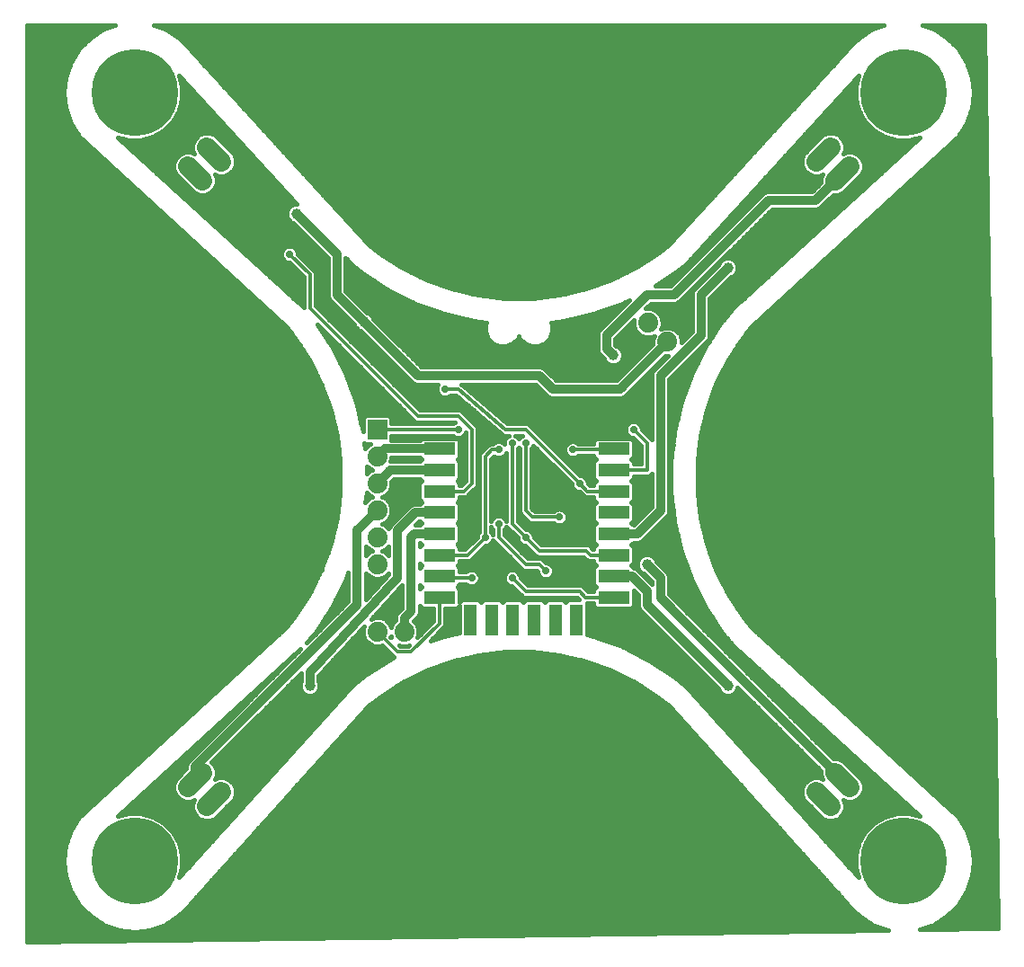
<source format=gbl>
G75*
%MOIN*%
%OFA0B0*%
%FSLAX25Y25*%
%IPPOS*%
%LPD*%
%AMOC8*
5,1,8,0,0,1.08239X$1,22.5*
%
%ADD10R,0.07400X0.07400*%
%ADD11C,0.07400*%
%ADD12C,0.07400*%
%ADD13R,0.11811X0.04724*%
%ADD14R,0.04724X0.11811*%
%ADD15C,0.01200*%
%ADD16C,0.03962*%
%ADD17C,0.03200*%
%ADD18C,0.02781*%
%ADD19C,0.32000*%
%ADD20C,0.01600*%
D10*
X0131800Y0191800D03*
D11*
X0131800Y0181800D03*
X0131800Y0171800D03*
X0131800Y0161800D03*
X0131800Y0151800D03*
X0131800Y0141800D03*
X0131800Y0116800D03*
X0141800Y0116800D03*
X0239300Y0224300D03*
X0232229Y0231371D03*
D12*
X0294613Y0291255D02*
X0299845Y0296487D01*
X0306916Y0289416D02*
X0301684Y0284184D01*
X0073987Y0291255D02*
X0068755Y0296487D01*
X0061684Y0289416D02*
X0066916Y0284184D01*
X0066916Y0064416D02*
X0061684Y0059184D01*
X0068755Y0052113D02*
X0073987Y0057345D01*
X0294613Y0057345D02*
X0299845Y0052113D01*
X0306916Y0059184D02*
X0301684Y0064416D01*
D13*
X0219477Y0129517D03*
X0219477Y0137391D03*
X0219477Y0145265D03*
X0219477Y0153139D03*
X0219477Y0161013D03*
X0219477Y0168887D03*
X0219477Y0176761D03*
X0219477Y0184635D03*
X0154910Y0184635D03*
X0154910Y0176761D03*
X0154910Y0168887D03*
X0154910Y0161013D03*
X0154910Y0153139D03*
X0154910Y0145265D03*
X0154910Y0137391D03*
X0154910Y0129517D03*
D14*
X0166328Y0121249D03*
X0174202Y0121249D03*
X0182076Y0121249D03*
X0189950Y0121249D03*
X0197824Y0121249D03*
X0205698Y0121249D03*
D15*
X0209083Y0129517D02*
X0206800Y0131800D01*
X0186800Y0131800D01*
X0181800Y0136800D01*
X0186800Y0141800D02*
X0191800Y0141800D01*
X0194300Y0139300D01*
X0191800Y0146800D02*
X0186800Y0151800D01*
X0181800Y0156800D01*
X0181800Y0186800D01*
X0186800Y0186800D02*
X0186800Y0161800D01*
X0189300Y0159300D01*
X0199300Y0159300D01*
X0209713Y0168887D02*
X0206800Y0171800D01*
X0186800Y0191800D01*
X0179300Y0191800D01*
X0161800Y0206800D01*
X0156800Y0206800D01*
X0161800Y0196800D02*
X0146800Y0196800D01*
X0106800Y0236800D01*
X0106800Y0249300D01*
X0099300Y0256800D01*
X0161800Y0196800D02*
X0166800Y0191800D01*
X0166800Y0171800D01*
X0163887Y0168887D01*
X0154910Y0168887D01*
X0171800Y0181800D02*
X0171800Y0151800D01*
X0165265Y0145265D01*
X0154910Y0145265D01*
X0154910Y0137391D02*
X0155501Y0136800D01*
X0166800Y0136800D01*
X0154910Y0129517D02*
X0154910Y0119910D01*
X0144300Y0109300D01*
X0139300Y0109300D01*
X0131800Y0116800D01*
X0176800Y0151800D02*
X0176800Y0156800D01*
X0176800Y0151800D02*
X0186800Y0141800D01*
X0191800Y0146800D02*
X0209300Y0146800D01*
X0210835Y0145265D01*
X0219477Y0145265D01*
X0219477Y0129517D02*
X0209083Y0129517D01*
X0209713Y0168887D02*
X0219477Y0168887D01*
X0219477Y0176761D02*
X0219517Y0176800D01*
X0231800Y0176800D01*
X0231800Y0186800D01*
X0226800Y0191800D01*
X0219477Y0184635D02*
X0219143Y0184300D01*
X0204300Y0184300D01*
X0176800Y0184300D02*
X0174300Y0184300D01*
X0171800Y0181800D01*
X0161800Y0191800D02*
X0131800Y0191800D01*
D16*
X0126800Y0231800D03*
X0101800Y0271800D03*
X0219300Y0219300D03*
X0261800Y0251800D03*
X0231800Y0141800D03*
X0261800Y0096800D03*
X0106800Y0096800D03*
D17*
X0106800Y0101800D01*
X0139300Y0136800D01*
X0139300Y0154300D01*
X0146013Y0161013D01*
X0154910Y0161013D01*
X0154910Y0153139D02*
X0145639Y0153139D01*
X0144300Y0151800D01*
X0144300Y0124300D01*
X0141800Y0121800D01*
X0141800Y0116800D01*
X0124300Y0126800D02*
X0124300Y0154300D01*
X0131800Y0161800D01*
X0131800Y0171800D02*
X0136761Y0176761D01*
X0154910Y0176761D01*
X0154910Y0184635D02*
X0134635Y0184635D01*
X0131800Y0181800D01*
X0146800Y0211800D02*
X0126800Y0231800D01*
X0116800Y0241800D01*
X0116800Y0256800D01*
X0101800Y0271800D01*
X0146800Y0211800D02*
X0191800Y0211800D01*
X0196800Y0206800D01*
X0221800Y0206800D01*
X0239300Y0224300D01*
X0236800Y0211800D02*
X0236800Y0161800D01*
X0228139Y0153139D01*
X0219477Y0153139D01*
X0231800Y0141800D02*
X0236800Y0136800D01*
X0236800Y0129300D01*
X0304300Y0061800D01*
X0261800Y0096800D02*
X0231800Y0126800D01*
X0231800Y0131800D01*
X0226209Y0137391D01*
X0219477Y0137391D01*
X0236800Y0211800D02*
X0251800Y0226800D01*
X0251800Y0241800D01*
X0261800Y0251800D01*
X0241800Y0241800D02*
X0231800Y0241800D01*
X0216800Y0226800D01*
X0216800Y0221800D01*
X0219300Y0219300D01*
X0241800Y0241800D02*
X0276800Y0276800D01*
X0294300Y0276800D01*
X0304300Y0286800D01*
X0124300Y0126800D02*
X0064300Y0066800D01*
X0064300Y0061800D01*
D18*
X0166800Y0136800D03*
X0181800Y0136800D03*
X0194300Y0139300D03*
X0186800Y0151800D03*
X0176800Y0156800D03*
X0171800Y0151800D03*
X0199300Y0159300D03*
X0206800Y0171800D03*
X0204300Y0184300D03*
X0186800Y0186800D03*
X0181800Y0186800D03*
X0176800Y0184300D03*
X0161800Y0191800D03*
X0156800Y0206800D03*
X0099300Y0256800D03*
X0226800Y0191800D03*
D19*
X0326800Y0316800D03*
X0041800Y0316800D03*
X0041800Y0031800D03*
X0326800Y0031800D03*
D20*
X0001800Y0001800D02*
X0001800Y0341800D01*
X0034589Y0341800D01*
X0030449Y0340352D01*
X0025481Y0337229D01*
X0023431Y0335179D01*
X0023406Y0335155D01*
X0021336Y0333084D01*
X0018220Y0328126D01*
X0016286Y0322599D01*
X0015631Y0316780D01*
X0016286Y0310961D01*
X0018220Y0305434D01*
X0021336Y0300476D01*
X0022808Y0299004D01*
X0022854Y0298905D01*
X0023480Y0298332D01*
X0024081Y0297731D01*
X0024182Y0297689D01*
X0098023Y0230048D01*
X0101005Y0226277D01*
X0106569Y0217817D01*
X0111113Y0208768D01*
X0114576Y0199253D01*
X0116912Y0189400D01*
X0118087Y0179343D01*
X0118087Y0169217D01*
X0116912Y0159160D01*
X0114576Y0149307D01*
X0111113Y0139792D01*
X0106569Y0130744D01*
X0101005Y0122284D01*
X0098024Y0118514D01*
X0024182Y0050911D01*
X0024081Y0050869D01*
X0023481Y0050269D01*
X0022855Y0049696D01*
X0022808Y0049596D01*
X0021333Y0048122D01*
X0021333Y0048122D01*
X0018215Y0043158D01*
X0016279Y0037625D01*
X0015622Y0031800D01*
X0016279Y0025975D01*
X0018215Y0020442D01*
X0021333Y0015478D01*
X0023406Y0013406D01*
X0023406Y0013406D01*
X0023422Y0013389D01*
X0025478Y0011333D01*
X0030442Y0008215D01*
X0035975Y0006279D01*
X0041800Y0005622D01*
X0047625Y0006279D01*
X0047625Y0006279D01*
X0053158Y0008215D01*
X0058122Y0011333D01*
X0059611Y0012823D01*
X0059728Y0012879D01*
X0060283Y0013495D01*
X0060869Y0014081D01*
X0060919Y0014201D01*
X0128529Y0089296D01*
X0132284Y0092264D01*
X0140744Y0097829D01*
X0149792Y0102373D01*
X0159307Y0105836D01*
X0169160Y0108171D01*
X0179217Y0109347D01*
X0189343Y0109347D01*
X0199400Y0108171D01*
X0209253Y0105836D01*
X0218768Y0102373D01*
X0227817Y0097829D01*
X0236277Y0092264D01*
X0240032Y0089295D01*
X0307681Y0014201D01*
X0307731Y0014081D01*
X0308317Y0013494D01*
X0308873Y0012878D01*
X0308990Y0012822D01*
X0310476Y0011336D01*
X0315434Y0008220D01*
X0315434Y0008220D01*
X0320961Y0006286D01*
X0320961Y0006286D01*
X0321383Y0006239D01*
X0001800Y0001800D01*
X0001800Y0002413D02*
X0045965Y0002413D01*
X0050284Y0007209D02*
X0318324Y0007209D01*
X0314500Y0008807D02*
X0054102Y0008807D01*
X0053158Y0008215D02*
X0053158Y0008215D01*
X0056646Y0010406D02*
X0311956Y0010406D01*
X0310476Y0011336D02*
X0310476Y0011336D01*
X0309807Y0012004D02*
X0058793Y0012004D01*
X0058122Y0011333D02*
X0058122Y0011333D01*
X0060391Y0013603D02*
X0308209Y0013603D01*
X0306780Y0015201D02*
X0061820Y0015201D01*
X0063259Y0016800D02*
X0305340Y0016800D01*
X0303900Y0018399D02*
X0064698Y0018399D01*
X0066137Y0019997D02*
X0302459Y0019997D01*
X0301019Y0021596D02*
X0067576Y0021596D01*
X0069016Y0023194D02*
X0299579Y0023194D01*
X0298139Y0024793D02*
X0070455Y0024793D01*
X0071894Y0026391D02*
X0296699Y0026391D01*
X0295259Y0027990D02*
X0073333Y0027990D01*
X0074772Y0029588D02*
X0293819Y0029588D01*
X0292379Y0031187D02*
X0076211Y0031187D01*
X0077651Y0032785D02*
X0290939Y0032785D01*
X0289499Y0034384D02*
X0079090Y0034384D01*
X0080529Y0035982D02*
X0288059Y0035982D01*
X0286619Y0037581D02*
X0081968Y0037581D01*
X0083407Y0039179D02*
X0285179Y0039179D01*
X0283739Y0040778D02*
X0084847Y0040778D01*
X0086286Y0042376D02*
X0282299Y0042376D01*
X0280859Y0043975D02*
X0087725Y0043975D01*
X0089164Y0045573D02*
X0279419Y0045573D01*
X0277979Y0047172D02*
X0090603Y0047172D01*
X0092043Y0048770D02*
X0276539Y0048770D01*
X0275099Y0050369D02*
X0093482Y0050369D01*
X0094921Y0051967D02*
X0273659Y0051967D01*
X0272219Y0053566D02*
X0096360Y0053566D01*
X0097799Y0055164D02*
X0270779Y0055164D01*
X0269339Y0056763D02*
X0099239Y0056763D01*
X0100678Y0058361D02*
X0267899Y0058361D01*
X0266459Y0059960D02*
X0102117Y0059960D01*
X0103556Y0061558D02*
X0265019Y0061558D01*
X0263579Y0063157D02*
X0104995Y0063157D01*
X0106434Y0064755D02*
X0262139Y0064755D01*
X0260699Y0066354D02*
X0107874Y0066354D01*
X0109313Y0067952D02*
X0259259Y0067952D01*
X0257819Y0069551D02*
X0110752Y0069551D01*
X0112191Y0071149D02*
X0256379Y0071149D01*
X0254939Y0072748D02*
X0113630Y0072748D01*
X0115070Y0074346D02*
X0253499Y0074346D01*
X0252059Y0075945D02*
X0116509Y0075945D01*
X0117948Y0077543D02*
X0250619Y0077543D01*
X0249179Y0079142D02*
X0119387Y0079142D01*
X0120826Y0080740D02*
X0247739Y0080740D01*
X0246299Y0082339D02*
X0122266Y0082339D01*
X0123705Y0083937D02*
X0244859Y0083937D01*
X0243419Y0085536D02*
X0125144Y0085536D01*
X0126583Y0087134D02*
X0241979Y0087134D01*
X0240539Y0088733D02*
X0128022Y0088733D01*
X0129839Y0090332D02*
X0238722Y0090332D01*
X0236700Y0091930D02*
X0131861Y0091930D01*
X0134206Y0093529D02*
X0234355Y0093529D01*
X0231925Y0095127D02*
X0136636Y0095127D01*
X0139066Y0096726D02*
X0229494Y0096726D01*
X0226831Y0098324D02*
X0141730Y0098324D01*
X0144913Y0099923D02*
X0223648Y0099923D01*
X0220465Y0101521D02*
X0148096Y0101521D01*
X0151843Y0103120D02*
X0216717Y0103120D01*
X0212325Y0104718D02*
X0156235Y0104718D01*
X0161334Y0106317D02*
X0207227Y0106317D01*
X0200482Y0107915D02*
X0168079Y0107915D01*
X0162365Y0116578D02*
X0156507Y0115190D01*
X0151467Y0113355D01*
X0157110Y0118999D01*
X0157110Y0120822D01*
X0157110Y0125554D01*
X0161478Y0125554D01*
X0162365Y0126441D01*
X0162365Y0116578D01*
X0162365Y0117506D02*
X0155617Y0117506D01*
X0157110Y0119105D02*
X0162365Y0119105D01*
X0162365Y0120703D02*
X0157110Y0120703D01*
X0157110Y0122302D02*
X0162365Y0122302D01*
X0162365Y0123900D02*
X0157110Y0123900D01*
X0157110Y0125499D02*
X0162365Y0125499D01*
X0162416Y0127867D02*
X0162416Y0132541D01*
X0161504Y0133454D01*
X0162416Y0134366D01*
X0162416Y0134600D01*
X0164771Y0134600D01*
X0165106Y0134265D01*
X0166205Y0133809D01*
X0167395Y0133809D01*
X0168494Y0134265D01*
X0169335Y0135106D01*
X0169791Y0136205D01*
X0169791Y0137395D01*
X0169335Y0138494D01*
X0168494Y0139335D01*
X0167395Y0139791D01*
X0166205Y0139791D01*
X0165106Y0139335D01*
X0164771Y0139000D01*
X0162416Y0139000D01*
X0162416Y0140415D01*
X0161504Y0141328D01*
X0162416Y0142240D01*
X0162416Y0143065D01*
X0166176Y0143065D01*
X0171921Y0148809D01*
X0172395Y0148809D01*
X0173494Y0149265D01*
X0174335Y0150106D01*
X0174642Y0150847D01*
X0184600Y0140889D01*
X0185889Y0139600D01*
X0190889Y0139600D01*
X0191309Y0139179D01*
X0191309Y0138705D01*
X0191765Y0137606D01*
X0192606Y0136765D01*
X0193705Y0136309D01*
X0194895Y0136309D01*
X0195994Y0136765D01*
X0196835Y0137606D01*
X0197291Y0138705D01*
X0197291Y0139895D01*
X0196835Y0140994D01*
X0195994Y0141835D01*
X0194895Y0142291D01*
X0194421Y0142291D01*
X0192711Y0144000D01*
X0187711Y0144000D01*
X0179000Y0152711D01*
X0179000Y0154771D01*
X0179335Y0155106D01*
X0179642Y0155847D01*
X0183809Y0151679D01*
X0183809Y0151205D01*
X0184265Y0150106D01*
X0185106Y0149265D01*
X0186205Y0148809D01*
X0186679Y0148809D01*
X0190889Y0144600D01*
X0208389Y0144600D01*
X0209924Y0143065D01*
X0211972Y0143065D01*
X0211972Y0142240D01*
X0212884Y0141328D01*
X0211972Y0140415D01*
X0211972Y0134366D01*
X0212884Y0133454D01*
X0211972Y0132541D01*
X0211972Y0131717D01*
X0209995Y0131717D01*
X0209000Y0132711D01*
X0207711Y0134000D01*
X0187711Y0134000D01*
X0184791Y0136921D01*
X0184791Y0137395D01*
X0184335Y0138494D01*
X0183494Y0139335D01*
X0182395Y0139791D01*
X0181205Y0139791D01*
X0180106Y0139335D01*
X0179265Y0138494D01*
X0178809Y0137395D01*
X0178809Y0136205D01*
X0179265Y0135106D01*
X0180106Y0134265D01*
X0181205Y0133809D01*
X0181679Y0133809D01*
X0185889Y0129600D01*
X0205889Y0129600D01*
X0206734Y0128754D01*
X0202673Y0128754D01*
X0201761Y0127842D01*
X0200849Y0128754D01*
X0194799Y0128754D01*
X0193887Y0127842D01*
X0192975Y0128754D01*
X0186925Y0128754D01*
X0186013Y0127842D01*
X0185101Y0128754D01*
X0179051Y0128754D01*
X0178139Y0127842D01*
X0177227Y0128754D01*
X0171177Y0128754D01*
X0170265Y0127842D01*
X0169352Y0128754D01*
X0163303Y0128754D01*
X0162416Y0127867D01*
X0162416Y0128696D02*
X0163244Y0128696D01*
X0162416Y0130294D02*
X0185194Y0130294D01*
X0185159Y0128696D02*
X0186866Y0128696D01*
X0183596Y0131893D02*
X0162416Y0131893D01*
X0161541Y0133491D02*
X0181997Y0133491D01*
X0179281Y0135090D02*
X0169319Y0135090D01*
X0169791Y0136688D02*
X0178809Y0136688D01*
X0179179Y0138287D02*
X0169421Y0138287D01*
X0166194Y0143082D02*
X0182406Y0143082D01*
X0184005Y0141484D02*
X0161660Y0141484D01*
X0162416Y0139885D02*
X0185603Y0139885D01*
X0184421Y0138287D02*
X0191483Y0138287D01*
X0192790Y0136688D02*
X0185023Y0136688D01*
X0186621Y0135090D02*
X0211972Y0135090D01*
X0211972Y0136688D02*
X0195810Y0136688D01*
X0197117Y0138287D02*
X0211972Y0138287D01*
X0211972Y0139885D02*
X0197291Y0139885D01*
X0196345Y0141484D02*
X0212727Y0141484D01*
X0209906Y0143082D02*
X0193629Y0143082D01*
X0190808Y0144681D02*
X0187030Y0144681D01*
X0185432Y0146279D02*
X0189209Y0146279D01*
X0187611Y0147878D02*
X0183833Y0147878D01*
X0184894Y0149476D02*
X0182235Y0149476D01*
X0180636Y0151075D02*
X0183863Y0151075D01*
X0182815Y0152673D02*
X0179038Y0152673D01*
X0179000Y0154272D02*
X0181217Y0154272D01*
X0179600Y0157855D02*
X0179335Y0158494D01*
X0178494Y0159335D01*
X0177395Y0159791D01*
X0176205Y0159791D01*
X0175106Y0159335D01*
X0174265Y0158494D01*
X0174000Y0157855D01*
X0174000Y0180889D01*
X0174991Y0181880D01*
X0175106Y0181765D01*
X0176205Y0181309D01*
X0177395Y0181309D01*
X0178494Y0181765D01*
X0179335Y0182606D01*
X0179600Y0183245D01*
X0179600Y0157855D01*
X0179600Y0159068D02*
X0178762Y0159068D01*
X0179600Y0160666D02*
X0174000Y0160666D01*
X0174000Y0159068D02*
X0174838Y0159068D01*
X0174000Y0162265D02*
X0179600Y0162265D01*
X0179600Y0163863D02*
X0174000Y0163863D01*
X0174000Y0165462D02*
X0179600Y0165462D01*
X0179600Y0167060D02*
X0174000Y0167060D01*
X0174000Y0168659D02*
X0179600Y0168659D01*
X0179600Y0170257D02*
X0174000Y0170257D01*
X0174000Y0171856D02*
X0179600Y0171856D01*
X0179600Y0173454D02*
X0174000Y0173454D01*
X0174000Y0175053D02*
X0179600Y0175053D01*
X0179600Y0176651D02*
X0174000Y0176651D01*
X0174000Y0178250D02*
X0179600Y0178250D01*
X0179600Y0179848D02*
X0174000Y0179848D01*
X0174558Y0181447D02*
X0175874Y0181447D01*
X0177726Y0181447D02*
X0179600Y0181447D01*
X0179600Y0183045D02*
X0179517Y0183045D01*
X0178809Y0186520D02*
X0178494Y0186835D01*
X0177395Y0187291D01*
X0176205Y0187291D01*
X0175106Y0186835D01*
X0174771Y0186500D01*
X0173389Y0186500D01*
X0170889Y0184000D01*
X0169600Y0182711D01*
X0169600Y0153829D01*
X0169265Y0153494D01*
X0168809Y0152395D01*
X0168809Y0151921D01*
X0164353Y0147465D01*
X0162416Y0147465D01*
X0162416Y0148290D01*
X0161504Y0149202D01*
X0162416Y0150114D01*
X0162416Y0156164D01*
X0161504Y0157076D01*
X0162416Y0157988D01*
X0162416Y0164038D01*
X0161504Y0164950D01*
X0162416Y0165862D01*
X0162416Y0166687D01*
X0164798Y0166687D01*
X0166087Y0167975D01*
X0169000Y0170889D01*
X0169000Y0172711D01*
X0169000Y0192711D01*
X0167711Y0194000D01*
X0162711Y0199000D01*
X0147711Y0199000D01*
X0109000Y0237711D01*
X0109000Y0250211D01*
X0107711Y0251500D01*
X0102291Y0256921D01*
X0102291Y0257395D01*
X0101835Y0258494D01*
X0100994Y0259335D01*
X0099895Y0259791D01*
X0098705Y0259791D01*
X0097606Y0259335D01*
X0096765Y0258494D01*
X0096309Y0257395D01*
X0096309Y0256205D01*
X0096765Y0255106D01*
X0097606Y0254265D01*
X0098705Y0253809D01*
X0099179Y0253809D01*
X0104600Y0248389D01*
X0104600Y0237154D01*
X0104317Y0237301D01*
X0035612Y0300237D01*
X0039483Y0299200D01*
X0044117Y0299200D01*
X0048593Y0300399D01*
X0052607Y0302716D01*
X0055883Y0305993D01*
X0058201Y0310007D01*
X0059400Y0314483D01*
X0059400Y0319117D01*
X0058364Y0322984D01*
X0101920Y0275381D01*
X0101088Y0275381D01*
X0099771Y0274836D01*
X0098764Y0273829D01*
X0098219Y0272512D01*
X0098219Y0271088D01*
X0098764Y0269771D01*
X0099771Y0268764D01*
X0100692Y0268383D01*
X0113600Y0255475D01*
X0113600Y0241163D01*
X0114087Y0239987D01*
X0123383Y0230692D01*
X0123764Y0229771D01*
X0124771Y0228764D01*
X0125692Y0228383D01*
X0144987Y0209087D01*
X0146163Y0208600D01*
X0154371Y0208600D01*
X0154265Y0208494D01*
X0153809Y0207395D01*
X0153809Y0206205D01*
X0154265Y0205106D01*
X0155106Y0204265D01*
X0156205Y0203809D01*
X0157395Y0203809D01*
X0158494Y0204265D01*
X0158829Y0204600D01*
X0160986Y0204600D01*
X0177804Y0190185D01*
X0178389Y0189600D01*
X0178486Y0189600D01*
X0178560Y0189537D01*
X0179384Y0189600D01*
X0180745Y0189600D01*
X0180106Y0189335D01*
X0179265Y0188494D01*
X0178809Y0187395D01*
X0178809Y0186520D01*
X0178994Y0187841D02*
X0169000Y0187841D01*
X0169000Y0189439D02*
X0180357Y0189439D01*
X0182855Y0189600D02*
X0185745Y0189600D01*
X0185106Y0189335D01*
X0184300Y0188529D01*
X0183494Y0189335D01*
X0182855Y0189600D01*
X0183243Y0189439D02*
X0185357Y0189439D01*
X0189000Y0192711D02*
X0187711Y0194000D01*
X0180114Y0194000D01*
X0163296Y0208415D01*
X0163111Y0208600D01*
X0190475Y0208600D01*
X0194087Y0204987D01*
X0194987Y0204087D01*
X0196163Y0203600D01*
X0222437Y0203600D01*
X0223613Y0204087D01*
X0238525Y0219000D01*
X0239475Y0219000D01*
X0234987Y0214513D01*
X0234087Y0213613D01*
X0233600Y0212437D01*
X0233600Y0188111D01*
X0229791Y0191921D01*
X0229791Y0192395D01*
X0229335Y0193494D01*
X0228494Y0194335D01*
X0227395Y0194791D01*
X0226205Y0194791D01*
X0225106Y0194335D01*
X0224265Y0193494D01*
X0223809Y0192395D01*
X0223809Y0191205D01*
X0224265Y0190106D01*
X0225106Y0189265D01*
X0226205Y0188809D01*
X0226679Y0188809D01*
X0229600Y0185889D01*
X0229600Y0179000D01*
X0226983Y0179000D01*
X0226983Y0179786D01*
X0226071Y0180698D01*
X0226983Y0181610D01*
X0226983Y0187660D01*
X0226045Y0188597D01*
X0212909Y0188597D01*
X0211972Y0187660D01*
X0211972Y0186500D01*
X0206329Y0186500D01*
X0205994Y0186835D01*
X0204895Y0187291D01*
X0203705Y0187291D01*
X0202606Y0186835D01*
X0201765Y0185994D01*
X0201309Y0184895D01*
X0201309Y0183705D01*
X0201765Y0182606D01*
X0202606Y0181765D01*
X0203705Y0181309D01*
X0204895Y0181309D01*
X0205994Y0181765D01*
X0206329Y0182100D01*
X0211972Y0182100D01*
X0211972Y0181610D01*
X0212884Y0180698D01*
X0211972Y0179786D01*
X0211972Y0173736D01*
X0212884Y0172824D01*
X0211972Y0171912D01*
X0211972Y0171087D01*
X0210625Y0171087D01*
X0209791Y0171921D01*
X0209791Y0172395D01*
X0209335Y0173494D01*
X0208494Y0174335D01*
X0207395Y0174791D01*
X0206921Y0174791D01*
X0189000Y0192711D01*
X0189075Y0192636D02*
X0223909Y0192636D01*
X0223879Y0191038D02*
X0190674Y0191038D01*
X0192272Y0189439D02*
X0224931Y0189439D01*
X0226802Y0187841D02*
X0227648Y0187841D01*
X0226983Y0186242D02*
X0229247Y0186242D01*
X0229600Y0184644D02*
X0226983Y0184644D01*
X0226983Y0183045D02*
X0229600Y0183045D01*
X0229600Y0181447D02*
X0226820Y0181447D01*
X0226920Y0179848D02*
X0229600Y0179848D01*
X0233600Y0175489D02*
X0233600Y0163125D01*
X0226813Y0156339D01*
X0226808Y0156339D01*
X0226071Y0157076D01*
X0226983Y0157988D01*
X0226983Y0164038D01*
X0226071Y0164950D01*
X0226983Y0165862D01*
X0226983Y0171912D01*
X0226071Y0172824D01*
X0226983Y0173736D01*
X0226983Y0174600D01*
X0232711Y0174600D01*
X0233600Y0175489D01*
X0233600Y0175053D02*
X0233164Y0175053D01*
X0233600Y0173454D02*
X0226701Y0173454D01*
X0226983Y0171856D02*
X0233600Y0171856D01*
X0233600Y0170257D02*
X0226983Y0170257D01*
X0226983Y0168659D02*
X0233600Y0168659D01*
X0233600Y0167060D02*
X0226983Y0167060D01*
X0226583Y0165462D02*
X0233600Y0165462D01*
X0233600Y0163863D02*
X0226983Y0163863D01*
X0226983Y0162265D02*
X0232739Y0162265D01*
X0231141Y0160666D02*
X0226983Y0160666D01*
X0226983Y0159068D02*
X0229542Y0159068D01*
X0227944Y0157469D02*
X0226464Y0157469D01*
X0232199Y0152673D02*
X0243169Y0152673D01*
X0243548Y0151075D02*
X0230600Y0151075D01*
X0230851Y0151326D02*
X0229951Y0150426D01*
X0228775Y0149939D01*
X0226808Y0149939D01*
X0226071Y0149202D01*
X0226983Y0148290D01*
X0226983Y0142240D01*
X0226071Y0141328D01*
X0226808Y0140591D01*
X0226846Y0140591D01*
X0228022Y0140103D01*
X0228922Y0139203D01*
X0233600Y0134525D01*
X0233600Y0135475D01*
X0230692Y0138383D01*
X0229771Y0138764D01*
X0228764Y0139771D01*
X0228219Y0141088D01*
X0228219Y0142512D01*
X0228764Y0143829D01*
X0229771Y0144836D01*
X0231088Y0145381D01*
X0232512Y0145381D01*
X0233829Y0144836D01*
X0234836Y0143829D01*
X0235217Y0142908D01*
X0239513Y0138613D01*
X0240000Y0137437D01*
X0240000Y0130625D01*
X0300909Y0069716D01*
X0302738Y0069716D01*
X0304686Y0068909D01*
X0311409Y0062186D01*
X0312216Y0060238D01*
X0312216Y0058129D01*
X0311409Y0056181D01*
X0309918Y0054691D01*
X0307971Y0053884D01*
X0305862Y0053884D01*
X0304638Y0054391D01*
X0305145Y0053167D01*
X0305145Y0051058D01*
X0304338Y0049110D01*
X0302847Y0047620D01*
X0300899Y0046813D01*
X0298791Y0046813D01*
X0296843Y0047620D01*
X0290120Y0054343D01*
X0289313Y0056291D01*
X0289313Y0058399D01*
X0290120Y0060347D01*
X0291610Y0061838D01*
X0293558Y0062645D01*
X0295667Y0062645D01*
X0296891Y0062138D01*
X0296384Y0063362D01*
X0296384Y0065191D01*
X0265381Y0096193D01*
X0265381Y0096088D01*
X0264836Y0094771D01*
X0263829Y0093764D01*
X0262512Y0093219D01*
X0261088Y0093219D01*
X0259771Y0093764D01*
X0258764Y0094771D01*
X0258383Y0095692D01*
X0229987Y0124087D01*
X0229087Y0124987D01*
X0228600Y0126163D01*
X0228600Y0130475D01*
X0226983Y0132092D01*
X0226983Y0126492D01*
X0226045Y0125554D01*
X0212909Y0125554D01*
X0211972Y0126492D01*
X0211972Y0127317D01*
X0209660Y0127317D01*
X0209660Y0115757D01*
X0212054Y0115190D01*
X0212054Y0115190D01*
X0222636Y0111338D01*
X0222636Y0111338D01*
X0232699Y0106284D01*
X0232699Y0106284D01*
X0242108Y0100096D01*
X0242108Y0100096D01*
X0245953Y0096870D01*
X0246263Y0096722D01*
X0246677Y0096262D01*
X0247152Y0095863D01*
X0247311Y0095559D01*
X0310201Y0025746D01*
X0309200Y0029483D01*
X0309200Y0034117D01*
X0310399Y0038593D01*
X0312716Y0042607D01*
X0315993Y0045883D01*
X0320007Y0048201D01*
X0324483Y0049400D01*
X0329117Y0049400D01*
X0332979Y0048365D01*
X0264245Y0111259D01*
X0263957Y0111408D01*
X0263547Y0111897D01*
X0263076Y0112328D01*
X0262938Y0112623D01*
X0259724Y0116453D01*
X0259724Y0116453D01*
X0253536Y0125862D01*
X0253536Y0125862D01*
X0248482Y0135925D01*
X0248482Y0135925D01*
X0244631Y0146507D01*
X0244631Y0146507D01*
X0242034Y0157465D01*
X0242034Y0157465D01*
X0240726Y0168650D01*
X0240726Y0179911D01*
X0242034Y0191096D01*
X0242034Y0191096D01*
X0244631Y0202054D01*
X0244631Y0202054D01*
X0248482Y0212636D01*
X0248482Y0212636D01*
X0253536Y0222699D01*
X0253536Y0222699D01*
X0259724Y0232108D01*
X0259724Y0232108D01*
X0262938Y0235938D01*
X0263075Y0236231D01*
X0263546Y0236663D01*
X0263957Y0237152D01*
X0264245Y0237302D01*
X0332988Y0300237D01*
X0329117Y0299200D01*
X0324483Y0299200D01*
X0320007Y0300399D01*
X0315993Y0302716D01*
X0312716Y0305993D01*
X0310399Y0310007D01*
X0309200Y0314483D01*
X0309200Y0319117D01*
X0310236Y0322984D01*
X0247302Y0254244D01*
X0247152Y0253957D01*
X0246663Y0253546D01*
X0246231Y0253075D01*
X0245937Y0252938D01*
X0242108Y0249724D01*
X0242108Y0249724D01*
X0234925Y0245000D01*
X0240475Y0245000D01*
X0274987Y0279513D01*
X0276163Y0280000D01*
X0292975Y0280000D01*
X0296384Y0283409D01*
X0296384Y0285238D01*
X0296891Y0286462D01*
X0295667Y0285955D01*
X0293558Y0285955D01*
X0291610Y0286762D01*
X0290120Y0288253D01*
X0289313Y0290201D01*
X0289313Y0292309D01*
X0290120Y0294257D01*
X0296843Y0300980D01*
X0298791Y0301787D01*
X0300899Y0301787D01*
X0302847Y0300980D01*
X0304338Y0299490D01*
X0305145Y0297542D01*
X0305145Y0295433D01*
X0304638Y0294209D01*
X0305862Y0294716D01*
X0307971Y0294716D01*
X0309918Y0293909D01*
X0311409Y0292418D01*
X0312216Y0290471D01*
X0312216Y0288362D01*
X0311409Y0286414D01*
X0304686Y0279691D01*
X0302738Y0278884D01*
X0300909Y0278884D01*
X0297013Y0274987D01*
X0296113Y0274087D01*
X0294937Y0273600D01*
X0278125Y0273600D01*
X0244513Y0239987D01*
X0243613Y0239087D01*
X0242437Y0238600D01*
X0233125Y0238600D01*
X0231197Y0236671D01*
X0233283Y0236671D01*
X0235231Y0235864D01*
X0236722Y0234373D01*
X0237529Y0232425D01*
X0237529Y0230317D01*
X0237022Y0229093D01*
X0238246Y0229600D01*
X0240354Y0229600D01*
X0242302Y0228793D01*
X0243793Y0227302D01*
X0244600Y0225354D01*
X0244600Y0224125D01*
X0248600Y0228125D01*
X0248600Y0242437D01*
X0249087Y0243613D01*
X0249987Y0244513D01*
X0258383Y0252908D01*
X0258764Y0253829D01*
X0259771Y0254836D01*
X0261088Y0255381D01*
X0262512Y0255381D01*
X0263829Y0254836D01*
X0264836Y0253829D01*
X0265381Y0252512D01*
X0265381Y0251088D01*
X0264836Y0249771D01*
X0263829Y0248764D01*
X0262908Y0248383D01*
X0255000Y0240475D01*
X0255000Y0226163D01*
X0254513Y0224987D01*
X0253613Y0224087D01*
X0253613Y0224087D01*
X0240000Y0210475D01*
X0240000Y0161163D01*
X0239513Y0159987D01*
X0230851Y0151326D01*
X0230851Y0151326D01*
X0233797Y0154272D02*
X0242790Y0154272D01*
X0242411Y0155870D02*
X0235396Y0155870D01*
X0236994Y0157469D02*
X0242033Y0157469D01*
X0241846Y0159068D02*
X0238593Y0159068D01*
X0239794Y0160666D02*
X0241659Y0160666D01*
X0241472Y0162265D02*
X0240000Y0162265D01*
X0240000Y0163863D02*
X0241286Y0163863D01*
X0241099Y0165462D02*
X0240000Y0165462D01*
X0240000Y0167060D02*
X0240912Y0167060D01*
X0240726Y0168659D02*
X0240000Y0168659D01*
X0240000Y0170257D02*
X0240726Y0170257D01*
X0240726Y0171856D02*
X0240000Y0171856D01*
X0240000Y0173454D02*
X0240726Y0173454D01*
X0240726Y0175053D02*
X0240000Y0175053D01*
X0240000Y0176651D02*
X0240726Y0176651D01*
X0240726Y0178250D02*
X0240000Y0178250D01*
X0240000Y0179848D02*
X0240726Y0179848D01*
X0240906Y0181447D02*
X0240000Y0181447D01*
X0240000Y0183045D02*
X0241093Y0183045D01*
X0241279Y0184644D02*
X0240000Y0184644D01*
X0240000Y0186242D02*
X0241466Y0186242D01*
X0241653Y0187841D02*
X0240000Y0187841D01*
X0240000Y0189439D02*
X0241840Y0189439D01*
X0242027Y0191038D02*
X0240000Y0191038D01*
X0240000Y0192636D02*
X0242399Y0192636D01*
X0242777Y0194235D02*
X0240000Y0194235D01*
X0240000Y0195833D02*
X0243156Y0195833D01*
X0243535Y0197432D02*
X0240000Y0197432D01*
X0240000Y0199030D02*
X0243914Y0199030D01*
X0244293Y0200629D02*
X0240000Y0200629D01*
X0240000Y0202227D02*
X0244694Y0202227D01*
X0245276Y0203826D02*
X0240000Y0203826D01*
X0240000Y0205424D02*
X0245857Y0205424D01*
X0246439Y0207023D02*
X0240000Y0207023D01*
X0240000Y0208621D02*
X0247021Y0208621D01*
X0247603Y0210220D02*
X0240000Y0210220D01*
X0241344Y0211818D02*
X0248185Y0211818D01*
X0248874Y0213417D02*
X0242942Y0213417D01*
X0244541Y0215015D02*
X0249677Y0215015D01*
X0250480Y0216614D02*
X0246139Y0216614D01*
X0247738Y0218212D02*
X0251283Y0218212D01*
X0252086Y0219811D02*
X0249336Y0219811D01*
X0250935Y0221409D02*
X0252888Y0221409D01*
X0252533Y0223008D02*
X0253739Y0223008D01*
X0254132Y0224606D02*
X0254791Y0224606D01*
X0255000Y0226205D02*
X0255842Y0226205D01*
X0255000Y0227803D02*
X0256893Y0227803D01*
X0257945Y0229402D02*
X0255000Y0229402D01*
X0255000Y0231001D02*
X0258996Y0231001D01*
X0260137Y0232599D02*
X0255000Y0232599D01*
X0255000Y0234198D02*
X0261478Y0234198D01*
X0262819Y0235796D02*
X0255000Y0235796D01*
X0255000Y0237395D02*
X0264346Y0237395D01*
X0266092Y0238993D02*
X0255000Y0238993D01*
X0255117Y0240592D02*
X0267838Y0240592D01*
X0269584Y0242190D02*
X0256716Y0242190D01*
X0258314Y0243789D02*
X0271330Y0243789D01*
X0273076Y0245387D02*
X0259913Y0245387D01*
X0261511Y0246986D02*
X0274822Y0246986D01*
X0276568Y0248584D02*
X0263394Y0248584D01*
X0265006Y0250183D02*
X0278314Y0250183D01*
X0280060Y0251781D02*
X0265381Y0251781D01*
X0265022Y0253380D02*
X0281806Y0253380D01*
X0283552Y0254978D02*
X0263485Y0254978D01*
X0261102Y0256577D02*
X0285298Y0256577D01*
X0287044Y0258175D02*
X0262701Y0258175D01*
X0264299Y0259774D02*
X0288790Y0259774D01*
X0290536Y0261372D02*
X0265898Y0261372D01*
X0267496Y0262971D02*
X0292282Y0262971D01*
X0294028Y0264569D02*
X0269095Y0264569D01*
X0270693Y0266168D02*
X0295775Y0266168D01*
X0297521Y0267766D02*
X0272292Y0267766D01*
X0273890Y0269365D02*
X0299267Y0269365D01*
X0301013Y0270963D02*
X0275489Y0270963D01*
X0277087Y0272562D02*
X0302759Y0272562D01*
X0304505Y0274160D02*
X0296186Y0274160D01*
X0297784Y0275759D02*
X0306251Y0275759D01*
X0307997Y0277357D02*
X0299383Y0277357D01*
X0302912Y0278956D02*
X0309743Y0278956D01*
X0311489Y0280554D02*
X0305550Y0280554D01*
X0307148Y0282153D02*
X0313235Y0282153D01*
X0314981Y0283751D02*
X0308747Y0283751D01*
X0310345Y0285350D02*
X0316727Y0285350D01*
X0318473Y0286948D02*
X0311631Y0286948D01*
X0312216Y0288547D02*
X0320219Y0288547D01*
X0321965Y0290145D02*
X0312216Y0290145D01*
X0311689Y0291744D02*
X0323711Y0291744D01*
X0325457Y0293342D02*
X0310485Y0293342D01*
X0304941Y0294941D02*
X0327203Y0294941D01*
X0328949Y0296539D02*
X0305145Y0296539D01*
X0304898Y0298138D02*
X0330695Y0298138D01*
X0331119Y0299737D02*
X0332441Y0299737D01*
X0339674Y0293342D02*
X0357523Y0293342D01*
X0357547Y0291744D02*
X0337928Y0291744D01*
X0336182Y0290145D02*
X0357571Y0290145D01*
X0357595Y0288547D02*
X0334436Y0288547D01*
X0332690Y0286948D02*
X0357619Y0286948D01*
X0357643Y0285350D02*
X0330944Y0285350D01*
X0329198Y0283751D02*
X0357666Y0283751D01*
X0357690Y0282153D02*
X0327452Y0282153D01*
X0325706Y0280554D02*
X0357714Y0280554D01*
X0357738Y0278956D02*
X0323960Y0278956D01*
X0322214Y0277357D02*
X0357762Y0277357D01*
X0357786Y0275759D02*
X0320467Y0275759D01*
X0318721Y0274160D02*
X0357810Y0274160D01*
X0357833Y0272562D02*
X0316975Y0272562D01*
X0315229Y0270963D02*
X0357857Y0270963D01*
X0357881Y0269365D02*
X0313483Y0269365D01*
X0311737Y0267766D02*
X0357905Y0267766D01*
X0357929Y0266168D02*
X0309991Y0266168D01*
X0308245Y0264569D02*
X0357953Y0264569D01*
X0357977Y0262971D02*
X0306499Y0262971D01*
X0304753Y0261372D02*
X0358000Y0261372D01*
X0358024Y0259774D02*
X0303007Y0259774D01*
X0301261Y0258175D02*
X0358048Y0258175D01*
X0358072Y0256577D02*
X0299515Y0256577D01*
X0297769Y0254978D02*
X0358096Y0254978D01*
X0358120Y0253380D02*
X0296023Y0253380D01*
X0294277Y0251781D02*
X0358144Y0251781D01*
X0358167Y0250183D02*
X0292531Y0250183D01*
X0290785Y0248584D02*
X0358191Y0248584D01*
X0358215Y0246986D02*
X0289039Y0246986D01*
X0287293Y0245387D02*
X0358239Y0245387D01*
X0358263Y0243789D02*
X0285547Y0243789D01*
X0283801Y0242190D02*
X0358287Y0242190D01*
X0358311Y0240592D02*
X0282055Y0240592D01*
X0280309Y0238993D02*
X0358334Y0238993D01*
X0358358Y0237395D02*
X0278563Y0237395D01*
X0276817Y0235796D02*
X0358382Y0235796D01*
X0358406Y0234198D02*
X0275070Y0234198D01*
X0273324Y0232599D02*
X0358430Y0232599D01*
X0358454Y0231001D02*
X0271578Y0231001D01*
X0270537Y0230047D02*
X0344378Y0297649D01*
X0344480Y0297691D01*
X0345080Y0298292D01*
X0345706Y0298865D01*
X0345752Y0298964D01*
X0347227Y0300439D01*
X0350346Y0305402D01*
X0350346Y0305403D01*
X0352282Y0310936D01*
X0352938Y0316761D01*
X0352282Y0322586D01*
X0350346Y0328119D01*
X0347227Y0333082D01*
X0345155Y0335155D01*
X0345155Y0335155D01*
X0345155Y0335155D01*
X0343092Y0337223D01*
X0343092Y0337223D01*
X0338138Y0340345D01*
X0333997Y0341800D01*
X0356800Y0341800D01*
X0361800Y0006800D01*
X0332921Y0006399D01*
X0338126Y0008220D01*
X0338126Y0008220D01*
X0343084Y0011336D01*
X0345155Y0013406D01*
X0345157Y0013408D01*
X0347226Y0015471D01*
X0350351Y0020431D01*
X0352294Y0025961D01*
X0352958Y0031785D01*
X0352958Y0031785D01*
X0352309Y0037611D01*
X0350381Y0043147D01*
X0347268Y0048114D01*
X0345793Y0049594D01*
X0345745Y0049697D01*
X0345121Y0050267D01*
X0344524Y0050866D01*
X0344420Y0050909D01*
X0270537Y0118514D01*
X0267556Y0122284D01*
X0261992Y0130744D01*
X0257447Y0139792D01*
X0253984Y0149307D01*
X0251649Y0159160D01*
X0250473Y0169217D01*
X0250473Y0179343D01*
X0251649Y0189400D01*
X0253984Y0199253D01*
X0257447Y0208768D01*
X0261992Y0217817D01*
X0267556Y0226277D01*
X0270537Y0230047D01*
X0270027Y0229402D02*
X0358478Y0229402D01*
X0358501Y0227803D02*
X0268763Y0227803D01*
X0267509Y0226205D02*
X0358525Y0226205D01*
X0358549Y0224606D02*
X0266457Y0224606D01*
X0265406Y0223008D02*
X0358573Y0223008D01*
X0358597Y0221409D02*
X0264355Y0221409D01*
X0263303Y0219811D02*
X0358621Y0219811D01*
X0358645Y0218212D02*
X0262252Y0218212D01*
X0261388Y0216614D02*
X0358668Y0216614D01*
X0358692Y0215015D02*
X0260585Y0215015D01*
X0259782Y0213417D02*
X0358716Y0213417D01*
X0358740Y0211818D02*
X0258979Y0211818D01*
X0258176Y0210220D02*
X0358764Y0210220D01*
X0358788Y0208621D02*
X0257394Y0208621D01*
X0256812Y0207023D02*
X0358812Y0207023D01*
X0358835Y0205424D02*
X0256230Y0205424D01*
X0255648Y0203826D02*
X0358859Y0203826D01*
X0358883Y0202227D02*
X0255067Y0202227D01*
X0254485Y0200629D02*
X0358907Y0200629D01*
X0358931Y0199030D02*
X0253931Y0199030D01*
X0253552Y0197432D02*
X0358955Y0197432D01*
X0358979Y0195833D02*
X0253174Y0195833D01*
X0252795Y0194235D02*
X0359002Y0194235D01*
X0359026Y0192636D02*
X0252416Y0192636D01*
X0252037Y0191038D02*
X0359050Y0191038D01*
X0359074Y0189439D02*
X0251658Y0189439D01*
X0251467Y0187841D02*
X0359098Y0187841D01*
X0359122Y0186242D02*
X0251280Y0186242D01*
X0251093Y0184644D02*
X0359146Y0184644D01*
X0359169Y0183045D02*
X0250906Y0183045D01*
X0250719Y0181447D02*
X0359193Y0181447D01*
X0359217Y0179848D02*
X0250532Y0179848D01*
X0250473Y0178250D02*
X0359241Y0178250D01*
X0359265Y0176651D02*
X0250473Y0176651D01*
X0250473Y0175053D02*
X0359289Y0175053D01*
X0359313Y0173454D02*
X0250473Y0173454D01*
X0250473Y0171856D02*
X0359336Y0171856D01*
X0359360Y0170257D02*
X0250473Y0170257D01*
X0250539Y0168659D02*
X0359384Y0168659D01*
X0359408Y0167060D02*
X0250726Y0167060D01*
X0250912Y0165462D02*
X0359432Y0165462D01*
X0359456Y0163863D02*
X0251099Y0163863D01*
X0251286Y0162265D02*
X0359480Y0162265D01*
X0359503Y0160666D02*
X0251473Y0160666D01*
X0251671Y0159068D02*
X0359527Y0159068D01*
X0359551Y0157469D02*
X0252050Y0157469D01*
X0252429Y0155870D02*
X0359575Y0155870D01*
X0359599Y0154272D02*
X0252808Y0154272D01*
X0253186Y0152673D02*
X0359623Y0152673D01*
X0359647Y0151075D02*
X0253565Y0151075D01*
X0253944Y0149476D02*
X0359670Y0149476D01*
X0359694Y0147878D02*
X0254504Y0147878D01*
X0255086Y0146279D02*
X0359718Y0146279D01*
X0359742Y0144681D02*
X0255668Y0144681D01*
X0256250Y0143082D02*
X0359766Y0143082D01*
X0359790Y0141484D02*
X0256832Y0141484D01*
X0257413Y0139885D02*
X0359814Y0139885D01*
X0359837Y0138287D02*
X0258203Y0138287D01*
X0259006Y0136688D02*
X0359861Y0136688D01*
X0359885Y0135090D02*
X0259809Y0135090D01*
X0260612Y0133491D02*
X0359909Y0133491D01*
X0359933Y0131893D02*
X0261415Y0131893D01*
X0262287Y0130294D02*
X0359957Y0130294D01*
X0359981Y0128696D02*
X0263339Y0128696D01*
X0264390Y0127097D02*
X0360005Y0127097D01*
X0360028Y0125499D02*
X0265441Y0125499D01*
X0266493Y0123900D02*
X0360052Y0123900D01*
X0360076Y0122302D02*
X0267544Y0122302D01*
X0268806Y0120703D02*
X0360100Y0120703D01*
X0360124Y0119105D02*
X0270070Y0119105D01*
X0271638Y0117506D02*
X0360148Y0117506D01*
X0360172Y0115908D02*
X0273385Y0115908D01*
X0275132Y0114309D02*
X0360195Y0114309D01*
X0360219Y0112711D02*
X0276879Y0112711D01*
X0278626Y0111112D02*
X0360243Y0111112D01*
X0360267Y0109514D02*
X0280373Y0109514D01*
X0282120Y0107915D02*
X0360291Y0107915D01*
X0360315Y0106317D02*
X0283867Y0106317D01*
X0285614Y0104718D02*
X0360339Y0104718D01*
X0360362Y0103120D02*
X0287361Y0103120D01*
X0289108Y0101521D02*
X0360386Y0101521D01*
X0360410Y0099923D02*
X0290855Y0099923D01*
X0292602Y0098324D02*
X0360434Y0098324D01*
X0360458Y0096726D02*
X0294348Y0096726D01*
X0296095Y0095127D02*
X0360482Y0095127D01*
X0360506Y0093529D02*
X0297842Y0093529D01*
X0299589Y0091930D02*
X0360529Y0091930D01*
X0360553Y0090332D02*
X0301336Y0090332D01*
X0303083Y0088733D02*
X0360577Y0088733D01*
X0360601Y0087134D02*
X0304830Y0087134D01*
X0306577Y0085536D02*
X0360625Y0085536D01*
X0360649Y0083937D02*
X0308324Y0083937D01*
X0310071Y0082339D02*
X0360673Y0082339D01*
X0360696Y0080740D02*
X0311818Y0080740D01*
X0313565Y0079142D02*
X0360720Y0079142D01*
X0360744Y0077543D02*
X0315312Y0077543D01*
X0317059Y0075945D02*
X0360768Y0075945D01*
X0360792Y0074346D02*
X0318806Y0074346D01*
X0320553Y0072748D02*
X0360816Y0072748D01*
X0360840Y0071149D02*
X0322300Y0071149D01*
X0324047Y0069551D02*
X0360863Y0069551D01*
X0360887Y0067952D02*
X0325794Y0067952D01*
X0327541Y0066354D02*
X0360911Y0066354D01*
X0360935Y0064755D02*
X0329288Y0064755D01*
X0331035Y0063157D02*
X0360959Y0063157D01*
X0360983Y0061558D02*
X0332782Y0061558D01*
X0334528Y0059960D02*
X0361007Y0059960D01*
X0361030Y0058361D02*
X0336275Y0058361D01*
X0338022Y0056763D02*
X0361054Y0056763D01*
X0361078Y0055164D02*
X0339769Y0055164D01*
X0341516Y0053566D02*
X0361102Y0053566D01*
X0361126Y0051967D02*
X0343263Y0051967D01*
X0345020Y0050369D02*
X0361150Y0050369D01*
X0361174Y0048770D02*
X0346614Y0048770D01*
X0347268Y0048114D02*
X0347268Y0048114D01*
X0347859Y0047172D02*
X0361197Y0047172D01*
X0361221Y0045573D02*
X0348860Y0045573D01*
X0349862Y0043975D02*
X0361245Y0043975D01*
X0361269Y0042376D02*
X0350649Y0042376D01*
X0350381Y0043147D02*
X0350381Y0043147D01*
X0351206Y0040778D02*
X0361293Y0040778D01*
X0361317Y0039179D02*
X0351763Y0039179D01*
X0352309Y0037611D02*
X0352309Y0037611D01*
X0352313Y0037581D02*
X0361341Y0037581D01*
X0361364Y0035982D02*
X0352491Y0035982D01*
X0352669Y0034384D02*
X0361388Y0034384D01*
X0361412Y0032785D02*
X0352847Y0032785D01*
X0352890Y0031187D02*
X0361436Y0031187D01*
X0361460Y0029588D02*
X0352708Y0029588D01*
X0352525Y0027990D02*
X0361484Y0027990D01*
X0361508Y0026391D02*
X0352343Y0026391D01*
X0351884Y0024793D02*
X0361531Y0024793D01*
X0361555Y0023194D02*
X0351322Y0023194D01*
X0350760Y0021596D02*
X0361579Y0021596D01*
X0361603Y0019997D02*
X0350078Y0019997D01*
X0349070Y0018399D02*
X0361627Y0018399D01*
X0361651Y0016800D02*
X0348063Y0016800D01*
X0347226Y0015471D02*
X0347226Y0015471D01*
X0346955Y0015201D02*
X0361675Y0015201D01*
X0361698Y0013603D02*
X0345352Y0013603D01*
X0343753Y0012004D02*
X0361722Y0012004D01*
X0361746Y0010406D02*
X0341605Y0010406D01*
X0343084Y0011336D02*
X0343084Y0011336D01*
X0339061Y0008807D02*
X0361770Y0008807D01*
X0361794Y0007209D02*
X0335236Y0007209D01*
X0310028Y0026391D02*
X0309620Y0026391D01*
X0309600Y0027990D02*
X0308180Y0027990D01*
X0309200Y0029588D02*
X0306740Y0029588D01*
X0305300Y0031187D02*
X0309200Y0031187D01*
X0309200Y0032785D02*
X0303860Y0032785D01*
X0302420Y0034384D02*
X0309271Y0034384D01*
X0309700Y0035982D02*
X0300980Y0035982D01*
X0299540Y0037581D02*
X0310128Y0037581D01*
X0310738Y0039179D02*
X0298100Y0039179D01*
X0296660Y0040778D02*
X0311661Y0040778D01*
X0312583Y0042376D02*
X0295220Y0042376D01*
X0293780Y0043975D02*
X0314085Y0043975D01*
X0315683Y0045573D02*
X0292340Y0045573D01*
X0290900Y0047172D02*
X0297924Y0047172D01*
X0295692Y0048770D02*
X0289460Y0048770D01*
X0288020Y0050369D02*
X0294094Y0050369D01*
X0292495Y0051967D02*
X0286580Y0051967D01*
X0285140Y0053566D02*
X0290897Y0053566D01*
X0289779Y0055164D02*
X0283700Y0055164D01*
X0282260Y0056763D02*
X0289313Y0056763D01*
X0289313Y0058361D02*
X0280820Y0058361D01*
X0279380Y0059960D02*
X0289959Y0059960D01*
X0291330Y0061558D02*
X0277940Y0061558D01*
X0276500Y0063157D02*
X0296469Y0063157D01*
X0296384Y0064755D02*
X0275060Y0064755D01*
X0273620Y0066354D02*
X0295221Y0066354D01*
X0293622Y0067952D02*
X0272180Y0067952D01*
X0270740Y0069551D02*
X0292024Y0069551D01*
X0290425Y0071149D02*
X0269300Y0071149D01*
X0267860Y0072748D02*
X0288827Y0072748D01*
X0287228Y0074346D02*
X0266420Y0074346D01*
X0264980Y0075945D02*
X0285630Y0075945D01*
X0284031Y0077543D02*
X0263540Y0077543D01*
X0262100Y0079142D02*
X0282433Y0079142D01*
X0280834Y0080740D02*
X0260660Y0080740D01*
X0259220Y0082339D02*
X0279236Y0082339D01*
X0277637Y0083937D02*
X0257780Y0083937D01*
X0256340Y0085536D02*
X0276039Y0085536D01*
X0274440Y0087134D02*
X0254900Y0087134D01*
X0253460Y0088733D02*
X0272841Y0088733D01*
X0271243Y0090332D02*
X0252020Y0090332D01*
X0250580Y0091930D02*
X0269644Y0091930D01*
X0268046Y0093529D02*
X0263260Y0093529D01*
X0264983Y0095127D02*
X0266447Y0095127D01*
X0272301Y0098324D02*
X0278381Y0098324D01*
X0280128Y0096726D02*
X0273900Y0096726D01*
X0275498Y0095127D02*
X0281875Y0095127D01*
X0283622Y0093529D02*
X0277097Y0093529D01*
X0278695Y0091930D02*
X0285369Y0091930D01*
X0287115Y0090332D02*
X0280294Y0090332D01*
X0281892Y0088733D02*
X0288862Y0088733D01*
X0290609Y0087134D02*
X0283491Y0087134D01*
X0285089Y0085536D02*
X0292356Y0085536D01*
X0294103Y0083937D02*
X0286688Y0083937D01*
X0288287Y0082339D02*
X0295850Y0082339D01*
X0297597Y0080740D02*
X0289885Y0080740D01*
X0291484Y0079142D02*
X0299344Y0079142D01*
X0301091Y0077543D02*
X0293082Y0077543D01*
X0294681Y0075945D02*
X0302838Y0075945D01*
X0304585Y0074346D02*
X0296279Y0074346D01*
X0297878Y0072748D02*
X0306332Y0072748D01*
X0308079Y0071149D02*
X0299476Y0071149D01*
X0303137Y0069551D02*
X0309826Y0069551D01*
X0311573Y0067952D02*
X0305643Y0067952D01*
X0307241Y0066354D02*
X0313320Y0066354D01*
X0315067Y0064755D02*
X0308840Y0064755D01*
X0310438Y0063157D02*
X0316814Y0063157D01*
X0318561Y0061558D02*
X0311669Y0061558D01*
X0312216Y0059960D02*
X0320308Y0059960D01*
X0322055Y0058361D02*
X0312216Y0058361D01*
X0311650Y0056763D02*
X0323802Y0056763D01*
X0325549Y0055164D02*
X0310392Y0055164D01*
X0304980Y0053566D02*
X0327296Y0053566D01*
X0329042Y0051967D02*
X0305145Y0051967D01*
X0304860Y0050369D02*
X0330789Y0050369D01*
X0331467Y0048770D02*
X0332536Y0048770D01*
X0322133Y0048770D02*
X0303998Y0048770D01*
X0301766Y0047172D02*
X0318225Y0047172D01*
X0276151Y0005610D02*
X0001800Y0005610D01*
X0001800Y0004012D02*
X0161058Y0004012D01*
X0094956Y0066354D02*
X0071850Y0066354D01*
X0072216Y0065471D02*
X0071409Y0067418D01*
X0070427Y0068401D01*
X0103600Y0101575D01*
X0103600Y0098432D01*
X0103219Y0097512D01*
X0103219Y0096088D01*
X0103764Y0094771D01*
X0104771Y0093764D01*
X0106088Y0093219D01*
X0107512Y0093219D01*
X0108829Y0093764D01*
X0109836Y0094771D01*
X0110381Y0096088D01*
X0110381Y0097512D01*
X0110000Y0098432D01*
X0110000Y0100543D01*
X0126843Y0118682D01*
X0126500Y0117854D01*
X0126500Y0115746D01*
X0127307Y0113798D01*
X0128798Y0112307D01*
X0130746Y0111500D01*
X0132854Y0111500D01*
X0133656Y0111832D01*
X0138087Y0107402D01*
X0135862Y0106284D01*
X0135862Y0106284D01*
X0126453Y0100096D01*
X0122608Y0096869D01*
X0122297Y0096721D01*
X0121883Y0096261D01*
X0121408Y0095863D01*
X0121249Y0095558D01*
X0058400Y0025751D01*
X0059400Y0029483D01*
X0059400Y0034117D01*
X0058201Y0038593D01*
X0055883Y0042607D01*
X0052607Y0045883D01*
X0048593Y0048201D01*
X0044117Y0049400D01*
X0039483Y0049400D01*
X0035617Y0048364D01*
X0103337Y0110362D01*
X0061587Y0068613D01*
X0061100Y0067437D01*
X0061100Y0066095D01*
X0057191Y0062186D01*
X0056384Y0060238D01*
X0056384Y0058129D01*
X0057191Y0056181D01*
X0058681Y0054691D01*
X0060629Y0053884D01*
X0062738Y0053884D01*
X0063962Y0054391D01*
X0063455Y0053167D01*
X0063455Y0051058D01*
X0064262Y0049110D01*
X0065753Y0047620D01*
X0067701Y0046813D01*
X0069809Y0046813D01*
X0071757Y0047620D01*
X0078480Y0054343D01*
X0079287Y0056291D01*
X0079287Y0058399D01*
X0078480Y0060347D01*
X0076990Y0061838D01*
X0075042Y0062645D01*
X0072933Y0062645D01*
X0071709Y0062138D01*
X0072216Y0063362D01*
X0072216Y0065471D01*
X0072216Y0064755D02*
X0093517Y0064755D01*
X0092078Y0063157D02*
X0072131Y0063157D01*
X0070876Y0067952D02*
X0096395Y0067952D01*
X0097834Y0069551D02*
X0071576Y0069551D01*
X0073175Y0071149D02*
X0099274Y0071149D01*
X0100713Y0072748D02*
X0074773Y0072748D01*
X0076372Y0074346D02*
X0102152Y0074346D01*
X0103591Y0075945D02*
X0077970Y0075945D01*
X0079569Y0077543D02*
X0105030Y0077543D01*
X0106470Y0079142D02*
X0081167Y0079142D01*
X0082766Y0080740D02*
X0107909Y0080740D01*
X0109348Y0082339D02*
X0084364Y0082339D01*
X0085963Y0083937D02*
X0110787Y0083937D01*
X0112226Y0085536D02*
X0087561Y0085536D01*
X0089160Y0087134D02*
X0113666Y0087134D01*
X0115105Y0088733D02*
X0090758Y0088733D01*
X0092357Y0090332D02*
X0116544Y0090332D01*
X0117983Y0091930D02*
X0093955Y0091930D01*
X0095554Y0093529D02*
X0105340Y0093529D01*
X0103617Y0095127D02*
X0097153Y0095127D01*
X0098751Y0096726D02*
X0103219Y0096726D01*
X0103555Y0098324D02*
X0100350Y0098324D01*
X0101948Y0099923D02*
X0103600Y0099923D01*
X0103547Y0101521D02*
X0103600Y0101521D01*
X0099291Y0106317D02*
X0098918Y0106317D01*
X0097693Y0104718D02*
X0097172Y0104718D01*
X0096094Y0103120D02*
X0095426Y0103120D01*
X0094496Y0101521D02*
X0093680Y0101521D01*
X0092897Y0099923D02*
X0091934Y0099923D01*
X0091299Y0098324D02*
X0090188Y0098324D01*
X0089700Y0096726D02*
X0088442Y0096726D01*
X0088102Y0095127D02*
X0086696Y0095127D01*
X0086503Y0093529D02*
X0084949Y0093529D01*
X0084905Y0091930D02*
X0083203Y0091930D01*
X0083306Y0090332D02*
X0081457Y0090332D01*
X0081708Y0088733D02*
X0079711Y0088733D01*
X0080109Y0087134D02*
X0077965Y0087134D01*
X0078511Y0085536D02*
X0076219Y0085536D01*
X0076912Y0083937D02*
X0074473Y0083937D01*
X0075313Y0082339D02*
X0072727Y0082339D01*
X0073715Y0080740D02*
X0070981Y0080740D01*
X0072116Y0079142D02*
X0069235Y0079142D01*
X0070518Y0077543D02*
X0067489Y0077543D01*
X0068919Y0075945D02*
X0065743Y0075945D01*
X0067321Y0074346D02*
X0063997Y0074346D01*
X0065722Y0072748D02*
X0062251Y0072748D01*
X0060505Y0071149D02*
X0064124Y0071149D01*
X0062525Y0069551D02*
X0058759Y0069551D01*
X0057013Y0067952D02*
X0061314Y0067952D01*
X0061100Y0066354D02*
X0055267Y0066354D01*
X0053521Y0064755D02*
X0059760Y0064755D01*
X0058162Y0063157D02*
X0051775Y0063157D01*
X0050029Y0061558D02*
X0056931Y0061558D01*
X0056384Y0059960D02*
X0048283Y0059960D01*
X0046537Y0058361D02*
X0056384Y0058361D01*
X0056950Y0056763D02*
X0044791Y0056763D01*
X0043045Y0055164D02*
X0058208Y0055164D01*
X0063620Y0053566D02*
X0041299Y0053566D01*
X0039552Y0051967D02*
X0063455Y0051967D01*
X0063740Y0050369D02*
X0037806Y0050369D01*
X0037133Y0048770D02*
X0036060Y0048770D01*
X0028828Y0055164D02*
X0001800Y0055164D01*
X0001800Y0053566D02*
X0027082Y0053566D01*
X0025336Y0051967D02*
X0001800Y0051967D01*
X0001800Y0050369D02*
X0023581Y0050369D01*
X0021982Y0048770D02*
X0001800Y0048770D01*
X0001800Y0047172D02*
X0020737Y0047172D01*
X0019732Y0045573D02*
X0001800Y0045573D01*
X0001800Y0043975D02*
X0018728Y0043975D01*
X0018215Y0043158D02*
X0018215Y0043158D01*
X0017941Y0042376D02*
X0001800Y0042376D01*
X0001800Y0040778D02*
X0017382Y0040778D01*
X0016822Y0039179D02*
X0001800Y0039179D01*
X0001800Y0037581D02*
X0016274Y0037581D01*
X0016279Y0037625D02*
X0016279Y0037625D01*
X0016093Y0035982D02*
X0001800Y0035982D01*
X0001800Y0034384D02*
X0015913Y0034384D01*
X0015733Y0032785D02*
X0001800Y0032785D01*
X0001800Y0031187D02*
X0015691Y0031187D01*
X0015622Y0031800D02*
X0015622Y0031800D01*
X0015871Y0029588D02*
X0001800Y0029588D01*
X0001800Y0027990D02*
X0016052Y0027990D01*
X0016232Y0026391D02*
X0001800Y0026391D01*
X0001800Y0024793D02*
X0016692Y0024793D01*
X0016279Y0025975D02*
X0016279Y0025975D01*
X0017252Y0023194D02*
X0001800Y0023194D01*
X0001800Y0021596D02*
X0017811Y0021596D01*
X0018215Y0020442D02*
X0018215Y0020442D01*
X0018494Y0019997D02*
X0001800Y0019997D01*
X0001800Y0018399D02*
X0019499Y0018399D01*
X0020503Y0016800D02*
X0001800Y0016800D01*
X0001800Y0015201D02*
X0021610Y0015201D01*
X0023209Y0013603D02*
X0001800Y0013603D01*
X0001800Y0012004D02*
X0024807Y0012004D01*
X0025478Y0011333D02*
X0025478Y0011333D01*
X0026954Y0010406D02*
X0001800Y0010406D01*
X0001800Y0008807D02*
X0029498Y0008807D01*
X0033316Y0007209D02*
X0001800Y0007209D01*
X0046467Y0048770D02*
X0064602Y0048770D01*
X0066834Y0047172D02*
X0050375Y0047172D01*
X0052917Y0045573D02*
X0076247Y0045573D01*
X0077686Y0047172D02*
X0070676Y0047172D01*
X0072908Y0048770D02*
X0079125Y0048770D01*
X0080564Y0050369D02*
X0074506Y0050369D01*
X0076105Y0051967D02*
X0082003Y0051967D01*
X0083443Y0053566D02*
X0077703Y0053566D01*
X0078821Y0055164D02*
X0084882Y0055164D01*
X0086321Y0056763D02*
X0079287Y0056763D01*
X0079287Y0058361D02*
X0087760Y0058361D01*
X0089199Y0059960D02*
X0078641Y0059960D01*
X0077270Y0061558D02*
X0090639Y0061558D01*
X0074807Y0043975D02*
X0054515Y0043975D01*
X0056017Y0042376D02*
X0073368Y0042376D01*
X0071929Y0040778D02*
X0056939Y0040778D01*
X0057862Y0039179D02*
X0070490Y0039179D01*
X0069051Y0037581D02*
X0058472Y0037581D01*
X0058900Y0035982D02*
X0067612Y0035982D01*
X0066172Y0034384D02*
X0059329Y0034384D01*
X0059400Y0032785D02*
X0064733Y0032785D01*
X0063294Y0031187D02*
X0059400Y0031187D01*
X0059400Y0029588D02*
X0061855Y0029588D01*
X0060416Y0027990D02*
X0059000Y0027990D01*
X0058976Y0026391D02*
X0058572Y0026391D01*
X0030574Y0056763D02*
X0001800Y0056763D01*
X0001800Y0058361D02*
X0032320Y0058361D01*
X0034066Y0059960D02*
X0001800Y0059960D01*
X0001800Y0061558D02*
X0035812Y0061558D01*
X0037558Y0063157D02*
X0001800Y0063157D01*
X0001800Y0064755D02*
X0039304Y0064755D01*
X0041050Y0066354D02*
X0001800Y0066354D01*
X0001800Y0067952D02*
X0042796Y0067952D01*
X0044542Y0069551D02*
X0001800Y0069551D01*
X0001800Y0071149D02*
X0046288Y0071149D01*
X0048034Y0072748D02*
X0001800Y0072748D01*
X0001800Y0074346D02*
X0049780Y0074346D01*
X0051526Y0075945D02*
X0001800Y0075945D01*
X0001800Y0077543D02*
X0053272Y0077543D01*
X0055018Y0079142D02*
X0001800Y0079142D01*
X0001800Y0080740D02*
X0056764Y0080740D01*
X0058510Y0082339D02*
X0001800Y0082339D01*
X0001800Y0083937D02*
X0060257Y0083937D01*
X0062003Y0085536D02*
X0001800Y0085536D01*
X0001800Y0087134D02*
X0063749Y0087134D01*
X0065495Y0088733D02*
X0001800Y0088733D01*
X0001800Y0090332D02*
X0067241Y0090332D01*
X0068987Y0091930D02*
X0001800Y0091930D01*
X0001800Y0093529D02*
X0070733Y0093529D01*
X0072479Y0095127D02*
X0001800Y0095127D01*
X0001800Y0096726D02*
X0074225Y0096726D01*
X0075971Y0098324D02*
X0001800Y0098324D01*
X0001800Y0099923D02*
X0077717Y0099923D01*
X0079463Y0101521D02*
X0001800Y0101521D01*
X0001800Y0103120D02*
X0081209Y0103120D01*
X0082955Y0104718D02*
X0001800Y0104718D01*
X0001800Y0106317D02*
X0084701Y0106317D01*
X0086447Y0107915D02*
X0001800Y0107915D01*
X0001800Y0109514D02*
X0088193Y0109514D01*
X0089939Y0111112D02*
X0001800Y0111112D01*
X0001800Y0112711D02*
X0091685Y0112711D01*
X0093431Y0114309D02*
X0001800Y0114309D01*
X0001800Y0115908D02*
X0095177Y0115908D01*
X0096923Y0117506D02*
X0001800Y0117506D01*
X0001800Y0119105D02*
X0098491Y0119105D01*
X0099755Y0120703D02*
X0001800Y0120703D01*
X0001800Y0122302D02*
X0101017Y0122302D01*
X0102068Y0123900D02*
X0001800Y0123900D01*
X0001800Y0125499D02*
X0103119Y0125499D01*
X0104171Y0127097D02*
X0001800Y0127097D01*
X0001800Y0128696D02*
X0105222Y0128696D01*
X0106273Y0130294D02*
X0001800Y0130294D01*
X0001800Y0131893D02*
X0107146Y0131893D01*
X0107949Y0133491D02*
X0001800Y0133491D01*
X0001800Y0135090D02*
X0108752Y0135090D01*
X0109554Y0136688D02*
X0001800Y0136688D01*
X0001800Y0138287D02*
X0110357Y0138287D01*
X0111147Y0139885D02*
X0001800Y0139885D01*
X0001800Y0141484D02*
X0111729Y0141484D01*
X0112311Y0143082D02*
X0001800Y0143082D01*
X0001800Y0144681D02*
X0112893Y0144681D01*
X0113474Y0146279D02*
X0001800Y0146279D01*
X0001800Y0147878D02*
X0114056Y0147878D01*
X0114617Y0149476D02*
X0001800Y0149476D01*
X0001800Y0151075D02*
X0114995Y0151075D01*
X0115374Y0152673D02*
X0001800Y0152673D01*
X0001800Y0154272D02*
X0115753Y0154272D01*
X0116132Y0155870D02*
X0001800Y0155870D01*
X0001800Y0157469D02*
X0116511Y0157469D01*
X0116890Y0159068D02*
X0001800Y0159068D01*
X0001800Y0160666D02*
X0117088Y0160666D01*
X0117274Y0162265D02*
X0001800Y0162265D01*
X0001800Y0163863D02*
X0117461Y0163863D01*
X0117648Y0165462D02*
X0001800Y0165462D01*
X0001800Y0167060D02*
X0117835Y0167060D01*
X0118022Y0168659D02*
X0001800Y0168659D01*
X0001800Y0170257D02*
X0118087Y0170257D01*
X0118087Y0171856D02*
X0001800Y0171856D01*
X0001800Y0173454D02*
X0118087Y0173454D01*
X0118087Y0175053D02*
X0001800Y0175053D01*
X0001800Y0176651D02*
X0118087Y0176651D01*
X0118087Y0178250D02*
X0001800Y0178250D01*
X0001800Y0179848D02*
X0118028Y0179848D01*
X0117841Y0181447D02*
X0001800Y0181447D01*
X0001800Y0183045D02*
X0117654Y0183045D01*
X0117468Y0184644D02*
X0001800Y0184644D01*
X0001800Y0186242D02*
X0117281Y0186242D01*
X0117094Y0187841D02*
X0001800Y0187841D01*
X0001800Y0189439D02*
X0116902Y0189439D01*
X0116524Y0191038D02*
X0001800Y0191038D01*
X0001800Y0192636D02*
X0116145Y0192636D01*
X0115766Y0194235D02*
X0001800Y0194235D01*
X0001800Y0195833D02*
X0115387Y0195833D01*
X0115008Y0197432D02*
X0001800Y0197432D01*
X0001800Y0199030D02*
X0114629Y0199030D01*
X0114076Y0200629D02*
X0001800Y0200629D01*
X0001800Y0202227D02*
X0113494Y0202227D01*
X0112912Y0203826D02*
X0001800Y0203826D01*
X0001800Y0205424D02*
X0112330Y0205424D01*
X0111749Y0207023D02*
X0001800Y0207023D01*
X0001800Y0208621D02*
X0111167Y0208621D01*
X0110384Y0210220D02*
X0001800Y0210220D01*
X0001800Y0211818D02*
X0109581Y0211818D01*
X0108779Y0213417D02*
X0001800Y0213417D01*
X0001800Y0215015D02*
X0107976Y0215015D01*
X0107173Y0216614D02*
X0001800Y0216614D01*
X0001800Y0218212D02*
X0106309Y0218212D01*
X0105257Y0219811D02*
X0001800Y0219811D01*
X0001800Y0221409D02*
X0104206Y0221409D01*
X0103155Y0223008D02*
X0001800Y0223008D01*
X0001800Y0224606D02*
X0102103Y0224606D01*
X0101052Y0226205D02*
X0001800Y0226205D01*
X0001800Y0227803D02*
X0099798Y0227803D01*
X0098534Y0229402D02*
X0001800Y0229402D01*
X0001800Y0231001D02*
X0096983Y0231001D01*
X0095238Y0232599D02*
X0001800Y0232599D01*
X0001800Y0234198D02*
X0093493Y0234198D01*
X0091748Y0235796D02*
X0001800Y0235796D01*
X0001800Y0237395D02*
X0090003Y0237395D01*
X0088258Y0238993D02*
X0001800Y0238993D01*
X0001800Y0240592D02*
X0086513Y0240592D01*
X0084768Y0242190D02*
X0001800Y0242190D01*
X0001800Y0243789D02*
X0083023Y0243789D01*
X0081278Y0245387D02*
X0001800Y0245387D01*
X0001800Y0246986D02*
X0079533Y0246986D01*
X0077788Y0248584D02*
X0001800Y0248584D01*
X0001800Y0250183D02*
X0076043Y0250183D01*
X0074298Y0251781D02*
X0001800Y0251781D01*
X0001800Y0253380D02*
X0072552Y0253380D01*
X0070807Y0254978D02*
X0001800Y0254978D01*
X0001800Y0256577D02*
X0069062Y0256577D01*
X0067317Y0258175D02*
X0001800Y0258175D01*
X0001800Y0259774D02*
X0065572Y0259774D01*
X0063827Y0261372D02*
X0001800Y0261372D01*
X0001800Y0262971D02*
X0062082Y0262971D01*
X0060337Y0264569D02*
X0001800Y0264569D01*
X0001800Y0266168D02*
X0058592Y0266168D01*
X0056847Y0267766D02*
X0001800Y0267766D01*
X0001800Y0269365D02*
X0055102Y0269365D01*
X0053357Y0270963D02*
X0001800Y0270963D01*
X0001800Y0272562D02*
X0051612Y0272562D01*
X0049867Y0274160D02*
X0001800Y0274160D01*
X0001800Y0275759D02*
X0048122Y0275759D01*
X0046377Y0277357D02*
X0001800Y0277357D01*
X0001800Y0278956D02*
X0044632Y0278956D01*
X0042887Y0280554D02*
X0001800Y0280554D01*
X0001800Y0282153D02*
X0041142Y0282153D01*
X0039397Y0283751D02*
X0001800Y0283751D01*
X0001800Y0285350D02*
X0037652Y0285350D01*
X0035907Y0286948D02*
X0001800Y0286948D01*
X0001800Y0288547D02*
X0034162Y0288547D01*
X0032417Y0290145D02*
X0001800Y0290145D01*
X0001800Y0291744D02*
X0030672Y0291744D01*
X0028927Y0293342D02*
X0001800Y0293342D01*
X0001800Y0294941D02*
X0027182Y0294941D01*
X0025437Y0296539D02*
X0001800Y0296539D01*
X0001800Y0298138D02*
X0023674Y0298138D01*
X0022075Y0299737D02*
X0001800Y0299737D01*
X0001800Y0301335D02*
X0020796Y0301335D01*
X0021336Y0300476D02*
X0021336Y0300476D01*
X0019792Y0302934D02*
X0001800Y0302934D01*
X0001800Y0304532D02*
X0018787Y0304532D01*
X0018220Y0305434D02*
X0018220Y0305434D01*
X0017977Y0306131D02*
X0001800Y0306131D01*
X0001800Y0307729D02*
X0017417Y0307729D01*
X0016858Y0309328D02*
X0001800Y0309328D01*
X0001800Y0310926D02*
X0016299Y0310926D01*
X0016286Y0310961D02*
X0016286Y0310961D01*
X0016110Y0312525D02*
X0001800Y0312525D01*
X0001800Y0314123D02*
X0015930Y0314123D01*
X0015750Y0315722D02*
X0001800Y0315722D01*
X0001800Y0317320D02*
X0015691Y0317320D01*
X0015631Y0316780D02*
X0015631Y0316780D01*
X0015871Y0318919D02*
X0001800Y0318919D01*
X0001800Y0320517D02*
X0016052Y0320517D01*
X0016232Y0322116D02*
X0001800Y0322116D01*
X0001800Y0323714D02*
X0016676Y0323714D01*
X0016286Y0322599D02*
X0016286Y0322599D01*
X0017236Y0325313D02*
X0001800Y0325313D01*
X0001800Y0326911D02*
X0017795Y0326911D01*
X0018220Y0328126D02*
X0018220Y0328126D01*
X0018461Y0328510D02*
X0001800Y0328510D01*
X0001800Y0330108D02*
X0019466Y0330108D01*
X0020470Y0331707D02*
X0001800Y0331707D01*
X0001800Y0333305D02*
X0021556Y0333305D01*
X0021336Y0333084D02*
X0021336Y0333084D01*
X0023155Y0334904D02*
X0001800Y0334904D01*
X0001800Y0336502D02*
X0024753Y0336502D01*
X0025481Y0337229D02*
X0025481Y0337229D01*
X0026867Y0338101D02*
X0001800Y0338101D01*
X0001800Y0339699D02*
X0029411Y0339699D01*
X0030449Y0340352D02*
X0030449Y0340352D01*
X0033154Y0341298D02*
X0001800Y0341298D01*
X0036159Y0299737D02*
X0037481Y0299737D01*
X0037904Y0298138D02*
X0063702Y0298138D01*
X0063455Y0297542D02*
X0063455Y0295433D01*
X0063962Y0294209D01*
X0062738Y0294716D01*
X0060629Y0294716D01*
X0058681Y0293909D01*
X0057191Y0292418D01*
X0056384Y0290471D01*
X0056384Y0288362D01*
X0057191Y0286414D01*
X0063914Y0279691D01*
X0065862Y0278884D01*
X0067971Y0278884D01*
X0069918Y0279691D01*
X0071409Y0281181D01*
X0072216Y0283129D01*
X0072216Y0285238D01*
X0071709Y0286462D01*
X0072933Y0285955D01*
X0075042Y0285955D01*
X0076990Y0286762D01*
X0078480Y0288253D01*
X0079287Y0290201D01*
X0079287Y0292309D01*
X0078480Y0294257D01*
X0071757Y0300980D01*
X0069809Y0301787D01*
X0067701Y0301787D01*
X0065753Y0300980D01*
X0064262Y0299490D01*
X0063455Y0297542D01*
X0063455Y0296539D02*
X0039649Y0296539D01*
X0041394Y0294941D02*
X0063659Y0294941D01*
X0064509Y0299737D02*
X0046119Y0299737D01*
X0050214Y0301335D02*
X0066609Y0301335D01*
X0070901Y0301335D02*
X0078172Y0301335D01*
X0076710Y0302934D02*
X0052824Y0302934D01*
X0054422Y0304532D02*
X0075247Y0304532D01*
X0073784Y0306131D02*
X0055963Y0306131D01*
X0056886Y0307729D02*
X0072322Y0307729D01*
X0070859Y0309328D02*
X0057809Y0309328D01*
X0058447Y0310926D02*
X0069397Y0310926D01*
X0067934Y0312525D02*
X0058875Y0312525D01*
X0059304Y0314123D02*
X0066471Y0314123D01*
X0065009Y0315722D02*
X0059400Y0315722D01*
X0059400Y0317320D02*
X0063546Y0317320D01*
X0062083Y0318919D02*
X0059400Y0318919D01*
X0059025Y0320517D02*
X0060621Y0320517D01*
X0059158Y0322116D02*
X0058597Y0322116D01*
X0066320Y0328510D02*
X0302280Y0328510D01*
X0303743Y0330108D02*
X0064857Y0330108D01*
X0063395Y0331707D02*
X0305207Y0331707D01*
X0306670Y0333305D02*
X0061932Y0333305D01*
X0060951Y0334378D02*
X0060909Y0334480D01*
X0060309Y0335080D01*
X0059736Y0335705D01*
X0059636Y0335752D01*
X0058159Y0337229D01*
X0058159Y0337229D01*
X0053190Y0340352D01*
X0049051Y0341800D01*
X0319535Y0341800D01*
X0315446Y0340375D01*
X0315446Y0340375D01*
X0310483Y0337266D01*
X0309007Y0335793D01*
X0308904Y0335746D01*
X0308333Y0335122D01*
X0307734Y0334524D01*
X0307691Y0334420D01*
X0240047Y0260537D01*
X0236277Y0257556D01*
X0227817Y0251992D01*
X0218768Y0247447D01*
X0209253Y0243984D01*
X0199400Y0241649D01*
X0189343Y0240473D01*
X0179217Y0240473D01*
X0169160Y0241649D01*
X0159307Y0243984D01*
X0149792Y0247447D01*
X0140744Y0251992D01*
X0132284Y0257556D01*
X0128514Y0260537D01*
X0060951Y0334378D01*
X0060484Y0334904D02*
X0308115Y0334904D01*
X0309717Y0336502D02*
X0058886Y0336502D01*
X0056772Y0338101D02*
X0311816Y0338101D01*
X0310483Y0337266D02*
X0310483Y0337266D01*
X0314367Y0339699D02*
X0054228Y0339699D01*
X0053190Y0340352D02*
X0053190Y0340352D01*
X0050486Y0341298D02*
X0318094Y0341298D01*
X0335427Y0341298D02*
X0356807Y0341298D01*
X0356831Y0339699D02*
X0339163Y0339699D01*
X0341699Y0338101D02*
X0356855Y0338101D01*
X0356879Y0336502D02*
X0343811Y0336502D01*
X0345406Y0334904D02*
X0356903Y0334904D01*
X0356927Y0333305D02*
X0347004Y0333305D01*
X0347227Y0333082D02*
X0347227Y0333082D01*
X0348092Y0331707D02*
X0356951Y0331707D01*
X0356974Y0330108D02*
X0349096Y0330108D01*
X0350100Y0328510D02*
X0356998Y0328510D01*
X0357022Y0326911D02*
X0350769Y0326911D01*
X0350346Y0328119D02*
X0350346Y0328119D01*
X0351328Y0325313D02*
X0357046Y0325313D01*
X0357070Y0323714D02*
X0351887Y0323714D01*
X0352282Y0322586D02*
X0352282Y0322586D01*
X0352335Y0322116D02*
X0357094Y0322116D01*
X0357118Y0320517D02*
X0352515Y0320517D01*
X0352695Y0318919D02*
X0357142Y0318919D01*
X0357165Y0317320D02*
X0352875Y0317320D01*
X0352938Y0316761D02*
X0352938Y0316761D01*
X0352821Y0315722D02*
X0357189Y0315722D01*
X0357213Y0314123D02*
X0352641Y0314123D01*
X0352461Y0312525D02*
X0357237Y0312525D01*
X0357261Y0310926D02*
X0352279Y0310926D01*
X0352282Y0310936D02*
X0352282Y0310936D01*
X0351719Y0309328D02*
X0357285Y0309328D01*
X0357309Y0307729D02*
X0351160Y0307729D01*
X0350601Y0306131D02*
X0357332Y0306131D01*
X0357356Y0304532D02*
X0349799Y0304532D01*
X0348795Y0302934D02*
X0357380Y0302934D01*
X0357404Y0301335D02*
X0347790Y0301335D01*
X0347227Y0300439D02*
X0347227Y0300439D01*
X0346525Y0299737D02*
X0357428Y0299737D01*
X0357452Y0298138D02*
X0344926Y0298138D01*
X0343166Y0296539D02*
X0357476Y0296539D01*
X0357499Y0294941D02*
X0341420Y0294941D01*
X0322481Y0299737D02*
X0304091Y0299737D01*
X0301991Y0301335D02*
X0318386Y0301335D01*
X0315776Y0302934D02*
X0291879Y0302934D01*
X0293343Y0304532D02*
X0314178Y0304532D01*
X0312637Y0306131D02*
X0294806Y0306131D01*
X0296270Y0307729D02*
X0311714Y0307729D01*
X0310791Y0309328D02*
X0297733Y0309328D01*
X0299197Y0310926D02*
X0310153Y0310926D01*
X0309725Y0312525D02*
X0300660Y0312525D01*
X0302124Y0314123D02*
X0309296Y0314123D01*
X0309200Y0315722D02*
X0303587Y0315722D01*
X0305051Y0317320D02*
X0309200Y0317320D01*
X0309200Y0318919D02*
X0306514Y0318919D01*
X0307978Y0320517D02*
X0309575Y0320517D01*
X0309441Y0322116D02*
X0310003Y0322116D01*
X0300816Y0326911D02*
X0067783Y0326911D01*
X0069245Y0325313D02*
X0299353Y0325313D01*
X0297889Y0323714D02*
X0070708Y0323714D01*
X0072170Y0322116D02*
X0296426Y0322116D01*
X0294962Y0320517D02*
X0073633Y0320517D01*
X0075096Y0318919D02*
X0293499Y0318919D01*
X0292035Y0317320D02*
X0076558Y0317320D01*
X0078021Y0315722D02*
X0290571Y0315722D01*
X0289108Y0314123D02*
X0079483Y0314123D01*
X0080946Y0312525D02*
X0287644Y0312525D01*
X0286181Y0310926D02*
X0082409Y0310926D01*
X0083871Y0309328D02*
X0284717Y0309328D01*
X0283254Y0307729D02*
X0085334Y0307729D01*
X0086796Y0306131D02*
X0281790Y0306131D01*
X0280327Y0304532D02*
X0088259Y0304532D01*
X0089722Y0302934D02*
X0278863Y0302934D01*
X0277400Y0301335D02*
X0091184Y0301335D01*
X0092647Y0299737D02*
X0275936Y0299737D01*
X0274473Y0298138D02*
X0094109Y0298138D01*
X0095572Y0296539D02*
X0273009Y0296539D01*
X0271546Y0294941D02*
X0097035Y0294941D01*
X0098497Y0293342D02*
X0270082Y0293342D01*
X0268619Y0291744D02*
X0099960Y0291744D01*
X0101423Y0290145D02*
X0267155Y0290145D01*
X0265692Y0288547D02*
X0102885Y0288547D01*
X0104348Y0286948D02*
X0264228Y0286948D01*
X0262765Y0285350D02*
X0105810Y0285350D01*
X0107273Y0283751D02*
X0261301Y0283751D01*
X0259838Y0282153D02*
X0108736Y0282153D01*
X0110198Y0280554D02*
X0258374Y0280554D01*
X0256911Y0278956D02*
X0111661Y0278956D01*
X0113123Y0277357D02*
X0255447Y0277357D01*
X0253983Y0275759D02*
X0114586Y0275759D01*
X0116049Y0274160D02*
X0252520Y0274160D01*
X0251056Y0272562D02*
X0117511Y0272562D01*
X0118974Y0270963D02*
X0249593Y0270963D01*
X0248129Y0269365D02*
X0120436Y0269365D01*
X0121899Y0267766D02*
X0246666Y0267766D01*
X0245202Y0266168D02*
X0123362Y0266168D01*
X0124824Y0264569D02*
X0243739Y0264569D01*
X0242275Y0262971D02*
X0126287Y0262971D01*
X0127749Y0261372D02*
X0240812Y0261372D01*
X0239082Y0259774D02*
X0129479Y0259774D01*
X0131500Y0258175D02*
X0237060Y0258175D01*
X0234788Y0256577D02*
X0133773Y0256577D01*
X0136203Y0254978D02*
X0232358Y0254978D01*
X0229927Y0253380D02*
X0138633Y0253380D01*
X0141163Y0251781D02*
X0227398Y0251781D01*
X0224215Y0250183D02*
X0144346Y0250183D01*
X0147529Y0248584D02*
X0221032Y0248584D01*
X0217500Y0246986D02*
X0151061Y0246986D01*
X0155453Y0245387D02*
X0213108Y0245387D01*
X0208428Y0243789D02*
X0160132Y0243789D01*
X0166877Y0242190D02*
X0201684Y0242190D01*
X0210227Y0234198D02*
X0219672Y0234198D01*
X0221271Y0235796D02*
X0215256Y0235796D01*
X0212054Y0234631D02*
X0222636Y0238482D01*
X0225289Y0239815D01*
X0214987Y0229513D01*
X0214087Y0228613D01*
X0213600Y0227437D01*
X0213600Y0221163D01*
X0214087Y0219987D01*
X0215883Y0218192D01*
X0216264Y0217271D01*
X0217271Y0216264D01*
X0218588Y0215719D01*
X0220012Y0215719D01*
X0221329Y0216264D01*
X0222336Y0217271D01*
X0222881Y0218588D01*
X0222881Y0220012D01*
X0222336Y0221329D01*
X0221329Y0222336D01*
X0220408Y0222717D01*
X0220000Y0223125D01*
X0220000Y0225475D01*
X0226929Y0232403D01*
X0226929Y0230317D01*
X0227736Y0228369D01*
X0229227Y0226878D01*
X0231175Y0226071D01*
X0233283Y0226071D01*
X0234507Y0226578D01*
X0234000Y0225354D01*
X0234000Y0223525D01*
X0220475Y0210000D01*
X0198125Y0210000D01*
X0193613Y0214513D01*
X0192437Y0215000D01*
X0148125Y0215000D01*
X0130217Y0232908D01*
X0129836Y0233829D01*
X0128829Y0234836D01*
X0127908Y0235217D01*
X0120000Y0243125D01*
X0120000Y0255621D01*
X0121259Y0254245D01*
X0121408Y0253957D01*
X0121897Y0253547D01*
X0122328Y0253076D01*
X0122623Y0252938D01*
X0126453Y0249724D01*
X0126453Y0249724D01*
X0135862Y0243536D01*
X0145925Y0238482D01*
X0156507Y0234631D01*
X0167465Y0232034D01*
X0172185Y0231482D01*
X0171823Y0230607D01*
X0171823Y0227993D01*
X0172823Y0225577D01*
X0174672Y0223729D01*
X0177087Y0222728D01*
X0179702Y0222728D01*
X0182117Y0223729D01*
X0183966Y0225577D01*
X0184300Y0226385D01*
X0184634Y0225577D01*
X0186483Y0223729D01*
X0188898Y0222728D01*
X0191513Y0222728D01*
X0193928Y0223729D01*
X0195777Y0225577D01*
X0196777Y0227993D01*
X0196777Y0230607D01*
X0196413Y0231486D01*
X0201096Y0232034D01*
X0212054Y0234631D01*
X0212054Y0234631D01*
X0216475Y0231001D02*
X0196614Y0231001D01*
X0196777Y0229402D02*
X0214877Y0229402D01*
X0213752Y0227803D02*
X0196699Y0227803D01*
X0196037Y0226205D02*
X0213600Y0226205D01*
X0213600Y0224606D02*
X0194806Y0224606D01*
X0192188Y0223008D02*
X0213600Y0223008D01*
X0213600Y0221409D02*
X0141716Y0221409D01*
X0143315Y0219811D02*
X0214264Y0219811D01*
X0215862Y0218212D02*
X0144913Y0218212D01*
X0146512Y0216614D02*
X0216922Y0216614D01*
X0221678Y0216614D02*
X0227088Y0216614D01*
X0225490Y0215015D02*
X0148110Y0215015D01*
X0143855Y0210220D02*
X0136491Y0210220D01*
X0134893Y0211818D02*
X0142256Y0211818D01*
X0140658Y0213417D02*
X0133294Y0213417D01*
X0131696Y0215015D02*
X0139059Y0215015D01*
X0137461Y0216614D02*
X0130097Y0216614D01*
X0128499Y0218212D02*
X0135862Y0218212D01*
X0134264Y0219811D02*
X0126900Y0219811D01*
X0125302Y0221409D02*
X0132665Y0221409D01*
X0131067Y0223008D02*
X0123703Y0223008D01*
X0122105Y0224606D02*
X0129468Y0224606D01*
X0127870Y0226205D02*
X0120506Y0226205D01*
X0118908Y0227803D02*
X0126271Y0227803D01*
X0124134Y0229402D02*
X0117309Y0229402D01*
X0115711Y0231001D02*
X0123074Y0231001D01*
X0121475Y0232599D02*
X0114112Y0232599D01*
X0112514Y0234198D02*
X0119877Y0234198D01*
X0118278Y0235796D02*
X0110915Y0235796D01*
X0109317Y0237395D02*
X0116680Y0237395D01*
X0115081Y0238993D02*
X0109000Y0238993D01*
X0109000Y0240592D02*
X0113837Y0240592D01*
X0113600Y0242190D02*
X0109000Y0242190D01*
X0109000Y0243789D02*
X0113600Y0243789D01*
X0113600Y0245387D02*
X0109000Y0245387D01*
X0109000Y0246986D02*
X0113600Y0246986D01*
X0113600Y0248584D02*
X0109000Y0248584D01*
X0109000Y0250183D02*
X0113600Y0250183D01*
X0113600Y0251781D02*
X0107430Y0251781D01*
X0105832Y0253380D02*
X0113600Y0253380D01*
X0113600Y0254978D02*
X0104233Y0254978D01*
X0102635Y0256577D02*
X0112498Y0256577D01*
X0110899Y0258175D02*
X0101967Y0258175D01*
X0099935Y0259774D02*
X0109301Y0259774D01*
X0107702Y0261372D02*
X0078040Y0261372D01*
X0079785Y0259774D02*
X0098665Y0259774D01*
X0096633Y0258175D02*
X0081530Y0258175D01*
X0083275Y0256577D02*
X0096309Y0256577D01*
X0096893Y0254978D02*
X0085020Y0254978D01*
X0086765Y0253380D02*
X0099609Y0253380D01*
X0101208Y0251781D02*
X0088510Y0251781D01*
X0090255Y0250183D02*
X0102806Y0250183D01*
X0104405Y0248584D02*
X0092000Y0248584D01*
X0093745Y0246986D02*
X0104600Y0246986D01*
X0104600Y0245387D02*
X0095490Y0245387D01*
X0097235Y0243789D02*
X0104600Y0243789D01*
X0104600Y0242190D02*
X0098980Y0242190D01*
X0100725Y0240592D02*
X0104600Y0240592D01*
X0104600Y0238993D02*
X0102470Y0238993D01*
X0104215Y0237395D02*
X0104600Y0237395D01*
X0109711Y0230778D02*
X0144600Y0195889D01*
X0145889Y0194600D01*
X0160745Y0194600D01*
X0160106Y0194335D01*
X0159771Y0194000D01*
X0137100Y0194000D01*
X0137100Y0196163D01*
X0136163Y0197100D01*
X0127437Y0197100D01*
X0126500Y0196163D01*
X0126500Y0191210D01*
X0123930Y0202054D01*
X0120079Y0212636D01*
X0115025Y0222699D01*
X0109711Y0230778D01*
X0110616Y0229402D02*
X0111087Y0229402D01*
X0111667Y0227803D02*
X0112685Y0227803D01*
X0112719Y0226205D02*
X0114284Y0226205D01*
X0113770Y0224606D02*
X0115882Y0224606D01*
X0114821Y0223008D02*
X0117481Y0223008D01*
X0119079Y0221409D02*
X0115672Y0221409D01*
X0115025Y0222699D02*
X0115025Y0222699D01*
X0116475Y0219811D02*
X0120678Y0219811D01*
X0122276Y0218212D02*
X0117278Y0218212D01*
X0118081Y0216614D02*
X0123875Y0216614D01*
X0125473Y0215015D02*
X0118883Y0215015D01*
X0119686Y0213417D02*
X0127072Y0213417D01*
X0128670Y0211818D02*
X0120376Y0211818D01*
X0120079Y0212636D02*
X0120079Y0212636D01*
X0120958Y0210220D02*
X0130269Y0210220D01*
X0131867Y0208621D02*
X0121540Y0208621D01*
X0122121Y0207023D02*
X0133466Y0207023D01*
X0135064Y0205424D02*
X0122703Y0205424D01*
X0123285Y0203826D02*
X0136663Y0203826D01*
X0138261Y0202227D02*
X0123867Y0202227D01*
X0123930Y0202054D02*
X0123930Y0202054D01*
X0124268Y0200629D02*
X0139860Y0200629D01*
X0141458Y0199030D02*
X0124647Y0199030D01*
X0125025Y0197432D02*
X0143057Y0197432D01*
X0144655Y0195833D02*
X0137100Y0195833D01*
X0137100Y0194235D02*
X0160005Y0194235D01*
X0159771Y0189600D02*
X0160106Y0189265D01*
X0161205Y0188809D01*
X0162395Y0188809D01*
X0163494Y0189265D01*
X0164335Y0190106D01*
X0164600Y0190745D01*
X0164600Y0172711D01*
X0162975Y0171087D01*
X0162416Y0171087D01*
X0162416Y0171912D01*
X0161504Y0172824D01*
X0162416Y0173736D01*
X0162416Y0179786D01*
X0161504Y0180698D01*
X0162416Y0181610D01*
X0162416Y0187660D01*
X0161478Y0188597D01*
X0148342Y0188597D01*
X0147580Y0187835D01*
X0137100Y0187835D01*
X0137100Y0189600D01*
X0159771Y0189600D01*
X0159931Y0189439D02*
X0137100Y0189439D01*
X0137100Y0187841D02*
X0147586Y0187841D01*
X0147580Y0181435D02*
X0148317Y0180698D01*
X0147580Y0179961D01*
X0136775Y0179961D01*
X0137100Y0180746D01*
X0137100Y0181435D01*
X0147580Y0181435D01*
X0147580Y0173561D02*
X0148317Y0172824D01*
X0147405Y0171912D01*
X0147405Y0165862D01*
X0148317Y0164950D01*
X0147580Y0164213D01*
X0145376Y0164213D01*
X0144200Y0163725D01*
X0143300Y0162825D01*
X0136587Y0156113D01*
X0136117Y0154978D01*
X0134802Y0156293D01*
X0133578Y0156800D01*
X0134802Y0157307D01*
X0136293Y0158798D01*
X0137100Y0160746D01*
X0137100Y0162854D01*
X0136293Y0164802D01*
X0134802Y0166293D01*
X0133578Y0166800D01*
X0134802Y0167307D01*
X0136293Y0168798D01*
X0137100Y0170746D01*
X0137100Y0172575D01*
X0138086Y0173561D01*
X0147580Y0173561D01*
X0147686Y0173454D02*
X0137980Y0173454D01*
X0137100Y0171856D02*
X0147405Y0171856D01*
X0147405Y0170257D02*
X0136898Y0170257D01*
X0136154Y0168659D02*
X0147405Y0168659D01*
X0147405Y0167060D02*
X0134206Y0167060D01*
X0135634Y0165462D02*
X0147805Y0165462D01*
X0144532Y0163863D02*
X0136682Y0163863D01*
X0137100Y0162265D02*
X0142739Y0162265D01*
X0141141Y0160666D02*
X0137067Y0160666D01*
X0136405Y0159068D02*
X0139542Y0159068D01*
X0137944Y0157469D02*
X0134964Y0157469D01*
X0135225Y0155870D02*
X0136487Y0155870D01*
X0136100Y0148605D02*
X0136100Y0144995D01*
X0134802Y0146293D01*
X0133578Y0146800D01*
X0134802Y0147307D01*
X0136100Y0148605D01*
X0136100Y0147878D02*
X0135373Y0147878D01*
X0134816Y0146279D02*
X0136100Y0146279D01*
X0130022Y0146800D02*
X0128798Y0146293D01*
X0127500Y0144995D01*
X0127500Y0148605D01*
X0128798Y0147307D01*
X0130022Y0146800D01*
X0128784Y0146279D02*
X0127500Y0146279D01*
X0127500Y0147878D02*
X0128227Y0147878D01*
X0127500Y0138605D02*
X0127500Y0128795D01*
X0136100Y0138057D01*
X0136100Y0138605D01*
X0134802Y0137307D01*
X0132854Y0136500D01*
X0130746Y0136500D01*
X0128798Y0137307D01*
X0127500Y0138605D01*
X0127500Y0138287D02*
X0127818Y0138287D01*
X0127500Y0136688D02*
X0130291Y0136688D01*
X0133309Y0136688D02*
X0134829Y0136688D01*
X0135782Y0138287D02*
X0136100Y0138287D01*
X0133345Y0135090D02*
X0127500Y0135090D01*
X0127500Y0133491D02*
X0131861Y0133491D01*
X0130377Y0131893D02*
X0127500Y0131893D01*
X0127500Y0130294D02*
X0128892Y0130294D01*
X0133173Y0125499D02*
X0140973Y0125499D01*
X0141100Y0125625D02*
X0139987Y0124513D01*
X0139087Y0123613D01*
X0138600Y0122437D01*
X0138600Y0121095D01*
X0137307Y0119802D01*
X0136800Y0118578D01*
X0136293Y0119802D01*
X0134802Y0121293D01*
X0132854Y0122100D01*
X0130746Y0122100D01*
X0129561Y0121609D01*
X0141100Y0134036D01*
X0141100Y0125625D01*
X0141100Y0127097D02*
X0134657Y0127097D01*
X0136141Y0128696D02*
X0141100Y0128696D01*
X0141100Y0130294D02*
X0137626Y0130294D01*
X0139110Y0131893D02*
X0141100Y0131893D01*
X0141100Y0133491D02*
X0140594Y0133491D01*
X0147500Y0133491D02*
X0148279Y0133491D01*
X0148317Y0133454D02*
X0147500Y0134270D01*
X0147500Y0132637D01*
X0148317Y0133454D01*
X0147500Y0140511D02*
X0147500Y0142144D01*
X0148317Y0141328D01*
X0147500Y0140511D01*
X0147500Y0141484D02*
X0148160Y0141484D01*
X0147500Y0148385D02*
X0147500Y0149939D01*
X0147580Y0149939D01*
X0148317Y0149202D01*
X0147500Y0148385D01*
X0147500Y0149476D02*
X0148042Y0149476D01*
X0147580Y0156339D02*
X0145864Y0156339D01*
X0147338Y0157813D01*
X0147580Y0157813D01*
X0148317Y0157076D01*
X0147580Y0156339D01*
X0147923Y0157469D02*
X0146994Y0157469D01*
X0161897Y0157469D02*
X0169600Y0157469D01*
X0169600Y0155870D02*
X0162416Y0155870D01*
X0162416Y0154272D02*
X0169600Y0154272D01*
X0168925Y0152673D02*
X0162416Y0152673D01*
X0162416Y0151075D02*
X0167964Y0151075D01*
X0166365Y0149476D02*
X0161779Y0149476D01*
X0162416Y0147878D02*
X0164767Y0147878D01*
X0167792Y0144681D02*
X0180808Y0144681D01*
X0179209Y0146279D02*
X0169391Y0146279D01*
X0170989Y0147878D02*
X0177611Y0147878D01*
X0176012Y0149476D02*
X0173706Y0149476D01*
X0174600Y0152855D02*
X0174335Y0153494D01*
X0174000Y0153829D01*
X0174000Y0155745D01*
X0174265Y0155106D01*
X0174600Y0154771D01*
X0174600Y0152855D01*
X0174600Y0154272D02*
X0174000Y0154272D01*
X0169600Y0159068D02*
X0162416Y0159068D01*
X0162416Y0160666D02*
X0169600Y0160666D01*
X0169600Y0162265D02*
X0162416Y0162265D01*
X0162416Y0163863D02*
X0169600Y0163863D01*
X0169600Y0165462D02*
X0162016Y0165462D01*
X0165171Y0167060D02*
X0169600Y0167060D01*
X0169600Y0168659D02*
X0166770Y0168659D01*
X0168368Y0170257D02*
X0169600Y0170257D01*
X0169600Y0171856D02*
X0169000Y0171856D01*
X0169000Y0173454D02*
X0169600Y0173454D01*
X0169600Y0175053D02*
X0169000Y0175053D01*
X0169000Y0176651D02*
X0169600Y0176651D01*
X0169600Y0178250D02*
X0169000Y0178250D01*
X0169000Y0179848D02*
X0169600Y0179848D01*
X0169600Y0181447D02*
X0169000Y0181447D01*
X0169000Y0183045D02*
X0169934Y0183045D01*
X0169000Y0184644D02*
X0171532Y0184644D01*
X0173131Y0186242D02*
X0169000Y0186242D01*
X0164600Y0186242D02*
X0162416Y0186242D01*
X0162416Y0184644D02*
X0164600Y0184644D01*
X0164600Y0183045D02*
X0162416Y0183045D01*
X0162253Y0181447D02*
X0164600Y0181447D01*
X0164600Y0179848D02*
X0162353Y0179848D01*
X0162416Y0178250D02*
X0164600Y0178250D01*
X0164600Y0176651D02*
X0162416Y0176651D01*
X0162416Y0175053D02*
X0164600Y0175053D01*
X0164600Y0173454D02*
X0162134Y0173454D01*
X0162416Y0171856D02*
X0163744Y0171856D01*
X0164600Y0187841D02*
X0162235Y0187841D01*
X0163669Y0189439D02*
X0164600Y0189439D01*
X0169000Y0191038D02*
X0176809Y0191038D01*
X0174944Y0192636D02*
X0169000Y0192636D01*
X0167477Y0194235D02*
X0173079Y0194235D01*
X0171214Y0195833D02*
X0165878Y0195833D01*
X0164279Y0197432D02*
X0169349Y0197432D01*
X0167484Y0199030D02*
X0147681Y0199030D01*
X0146082Y0200629D02*
X0165619Y0200629D01*
X0163754Y0202227D02*
X0144484Y0202227D01*
X0142885Y0203826D02*
X0156166Y0203826D01*
X0157434Y0203826D02*
X0161889Y0203826D01*
X0164920Y0207023D02*
X0192052Y0207023D01*
X0193650Y0205424D02*
X0166785Y0205424D01*
X0168650Y0203826D02*
X0195618Y0203826D01*
X0197906Y0210220D02*
X0220694Y0210220D01*
X0222293Y0211818D02*
X0196307Y0211818D01*
X0194709Y0213417D02*
X0223891Y0213417D01*
X0222726Y0218212D02*
X0228687Y0218212D01*
X0230285Y0219811D02*
X0222881Y0219811D01*
X0222255Y0221409D02*
X0231884Y0221409D01*
X0233482Y0223008D02*
X0220118Y0223008D01*
X0220000Y0224606D02*
X0234000Y0224606D01*
X0234352Y0226205D02*
X0233606Y0226205D01*
X0230851Y0226205D02*
X0220730Y0226205D01*
X0222329Y0227803D02*
X0228301Y0227803D01*
X0227308Y0229402D02*
X0223927Y0229402D01*
X0225526Y0231001D02*
X0226929Y0231001D01*
X0222869Y0237395D02*
X0219648Y0237395D01*
X0222636Y0238482D02*
X0222636Y0238482D01*
X0223653Y0238993D02*
X0224468Y0238993D01*
X0231920Y0237395D02*
X0248600Y0237395D01*
X0248600Y0238993D02*
X0243385Y0238993D01*
X0245117Y0240592D02*
X0248600Y0240592D01*
X0248600Y0242190D02*
X0246716Y0242190D01*
X0248314Y0243789D02*
X0249263Y0243789D01*
X0249913Y0245387D02*
X0250862Y0245387D01*
X0251511Y0246986D02*
X0252460Y0246986D01*
X0253110Y0248584D02*
X0254059Y0248584D01*
X0254708Y0250183D02*
X0255657Y0250183D01*
X0256307Y0251781D02*
X0257256Y0251781D01*
X0257905Y0253380D02*
X0258578Y0253380D01*
X0259504Y0254978D02*
X0260115Y0254978D01*
X0255248Y0259774D02*
X0252364Y0259774D01*
X0253650Y0258175D02*
X0250901Y0258175D01*
X0252051Y0256577D02*
X0249437Y0256577D01*
X0250453Y0254978D02*
X0247974Y0254978D01*
X0248854Y0253380D02*
X0246510Y0253380D01*
X0247256Y0251781D02*
X0244559Y0251781D01*
X0245657Y0250183D02*
X0242654Y0250183D01*
X0244059Y0248584D02*
X0240374Y0248584D01*
X0242460Y0246986D02*
X0237944Y0246986D01*
X0235513Y0245387D02*
X0240862Y0245387D01*
X0235299Y0235796D02*
X0248600Y0235796D01*
X0248600Y0234198D02*
X0236795Y0234198D01*
X0237457Y0232599D02*
X0248600Y0232599D01*
X0248600Y0231001D02*
X0237529Y0231001D01*
X0237768Y0229402D02*
X0237150Y0229402D01*
X0240832Y0229402D02*
X0248600Y0229402D01*
X0248278Y0227803D02*
X0243292Y0227803D01*
X0244248Y0226205D02*
X0246680Y0226205D01*
X0245081Y0224606D02*
X0244600Y0224606D01*
X0238687Y0218212D02*
X0237738Y0218212D01*
X0237088Y0216614D02*
X0236139Y0216614D01*
X0235490Y0215015D02*
X0234541Y0215015D01*
X0234987Y0214513D02*
X0234987Y0214513D01*
X0234006Y0213417D02*
X0232942Y0213417D01*
X0233600Y0211818D02*
X0231344Y0211818D01*
X0229745Y0210220D02*
X0233600Y0210220D01*
X0233600Y0208621D02*
X0228147Y0208621D01*
X0226548Y0207023D02*
X0233600Y0207023D01*
X0233600Y0205424D02*
X0224950Y0205424D01*
X0222982Y0203826D02*
X0233600Y0203826D01*
X0233600Y0202227D02*
X0170515Y0202227D01*
X0172380Y0200629D02*
X0233600Y0200629D01*
X0233600Y0199030D02*
X0174245Y0199030D01*
X0176110Y0197432D02*
X0233600Y0197432D01*
X0233600Y0195833D02*
X0177975Y0195833D01*
X0179840Y0194235D02*
X0225005Y0194235D01*
X0228595Y0194235D02*
X0233600Y0194235D01*
X0233600Y0192636D02*
X0229691Y0192636D01*
X0230674Y0191038D02*
X0233600Y0191038D01*
X0233600Y0189439D02*
X0232272Y0189439D01*
X0212153Y0187841D02*
X0193871Y0187841D01*
X0195469Y0186242D02*
X0202013Y0186242D01*
X0201309Y0184644D02*
X0197068Y0184644D01*
X0198666Y0183045D02*
X0201583Y0183045D01*
X0200265Y0181447D02*
X0203374Y0181447D01*
X0205226Y0181447D02*
X0212135Y0181447D01*
X0212034Y0179848D02*
X0201863Y0179848D01*
X0203462Y0178250D02*
X0211972Y0178250D01*
X0211972Y0176651D02*
X0205060Y0176651D01*
X0206659Y0175053D02*
X0211972Y0175053D01*
X0212253Y0173454D02*
X0209352Y0173454D01*
X0209856Y0171856D02*
X0211972Y0171856D01*
X0211972Y0166687D02*
X0208802Y0166687D01*
X0207513Y0167975D01*
X0207513Y0167975D01*
X0206679Y0168809D01*
X0206205Y0168809D01*
X0205106Y0169265D01*
X0204265Y0170106D01*
X0203809Y0171205D01*
X0203809Y0171679D01*
X0189642Y0185847D01*
X0189335Y0185106D01*
X0189000Y0184771D01*
X0189000Y0162711D01*
X0190211Y0161500D01*
X0197271Y0161500D01*
X0197606Y0161835D01*
X0198705Y0162291D01*
X0199895Y0162291D01*
X0200994Y0161835D01*
X0201835Y0160994D01*
X0202291Y0159895D01*
X0202291Y0158705D01*
X0201835Y0157606D01*
X0200994Y0156765D01*
X0199895Y0156309D01*
X0198705Y0156309D01*
X0197606Y0156765D01*
X0197271Y0157100D01*
X0188389Y0157100D01*
X0185889Y0159600D01*
X0184600Y0160889D01*
X0184600Y0184771D01*
X0184300Y0185071D01*
X0184000Y0184771D01*
X0184000Y0157711D01*
X0186921Y0154791D01*
X0187395Y0154791D01*
X0188494Y0154335D01*
X0189335Y0153494D01*
X0189791Y0152395D01*
X0189791Y0151921D01*
X0192711Y0149000D01*
X0210211Y0149000D01*
X0211500Y0147711D01*
X0211747Y0147465D01*
X0211972Y0147465D01*
X0211972Y0148290D01*
X0212884Y0149202D01*
X0211972Y0150114D01*
X0211972Y0156164D01*
X0212884Y0157076D01*
X0211972Y0157988D01*
X0211972Y0164038D01*
X0212884Y0164950D01*
X0211972Y0165862D01*
X0211972Y0166687D01*
X0212372Y0165462D02*
X0189000Y0165462D01*
X0189000Y0167060D02*
X0208429Y0167060D01*
X0206830Y0168659D02*
X0189000Y0168659D01*
X0189000Y0170257D02*
X0204202Y0170257D01*
X0203633Y0171856D02*
X0189000Y0171856D01*
X0189000Y0173454D02*
X0202035Y0173454D01*
X0200436Y0175053D02*
X0189000Y0175053D01*
X0189000Y0176651D02*
X0198838Y0176651D01*
X0197239Y0178250D02*
X0189000Y0178250D01*
X0189000Y0179848D02*
X0195641Y0179848D01*
X0194042Y0181447D02*
X0189000Y0181447D01*
X0189000Y0183045D02*
X0192444Y0183045D01*
X0190845Y0184644D02*
X0189000Y0184644D01*
X0184600Y0184644D02*
X0184000Y0184644D01*
X0184000Y0183045D02*
X0184600Y0183045D01*
X0184600Y0181447D02*
X0184000Y0181447D01*
X0184000Y0179848D02*
X0184600Y0179848D01*
X0184600Y0178250D02*
X0184000Y0178250D01*
X0184000Y0176651D02*
X0184600Y0176651D01*
X0184600Y0175053D02*
X0184000Y0175053D01*
X0184000Y0173454D02*
X0184600Y0173454D01*
X0184600Y0171856D02*
X0184000Y0171856D01*
X0184000Y0170257D02*
X0184600Y0170257D01*
X0184600Y0168659D02*
X0184000Y0168659D01*
X0184000Y0167060D02*
X0184600Y0167060D01*
X0184600Y0165462D02*
X0184000Y0165462D01*
X0184000Y0163863D02*
X0184600Y0163863D01*
X0184600Y0162265D02*
X0184000Y0162265D01*
X0184000Y0160666D02*
X0184823Y0160666D01*
X0184000Y0159068D02*
X0186421Y0159068D01*
X0188020Y0157469D02*
X0184242Y0157469D01*
X0185841Y0155870D02*
X0211972Y0155870D01*
X0211972Y0154272D02*
X0188557Y0154272D01*
X0189675Y0152673D02*
X0211972Y0152673D01*
X0211972Y0151075D02*
X0190636Y0151075D01*
X0192235Y0149476D02*
X0212609Y0149476D01*
X0211972Y0147878D02*
X0211333Y0147878D01*
X0212490Y0157469D02*
X0201698Y0157469D01*
X0202291Y0159068D02*
X0211972Y0159068D01*
X0211972Y0160666D02*
X0201971Y0160666D01*
X0199958Y0162265D02*
X0211972Y0162265D01*
X0211972Y0163863D02*
X0189000Y0163863D01*
X0189447Y0162265D02*
X0198642Y0162265D01*
X0226345Y0149476D02*
X0243927Y0149476D01*
X0244306Y0147878D02*
X0226983Y0147878D01*
X0226983Y0146279D02*
X0244713Y0146279D01*
X0245295Y0144681D02*
X0233984Y0144681D01*
X0235145Y0143082D02*
X0245877Y0143082D01*
X0246459Y0141484D02*
X0236642Y0141484D01*
X0238240Y0139885D02*
X0247041Y0139885D01*
X0247622Y0138287D02*
X0239648Y0138287D01*
X0240000Y0136688D02*
X0248204Y0136688D01*
X0248902Y0135090D02*
X0240000Y0135090D01*
X0240000Y0133491D02*
X0249704Y0133491D01*
X0250507Y0131893D02*
X0240000Y0131893D01*
X0240331Y0130294D02*
X0251310Y0130294D01*
X0252113Y0128696D02*
X0241930Y0128696D01*
X0243528Y0127097D02*
X0252916Y0127097D01*
X0253775Y0125499D02*
X0245127Y0125499D01*
X0246725Y0123900D02*
X0254826Y0123900D01*
X0255877Y0122302D02*
X0248324Y0122302D01*
X0249922Y0120703D02*
X0256929Y0120703D01*
X0257980Y0119105D02*
X0251521Y0119105D01*
X0253119Y0117506D02*
X0259032Y0117506D01*
X0260182Y0115908D02*
X0254718Y0115908D01*
X0256316Y0114309D02*
X0261523Y0114309D01*
X0262864Y0112711D02*
X0257915Y0112711D01*
X0259513Y0111112D02*
X0264405Y0111112D01*
X0266152Y0109514D02*
X0261112Y0109514D01*
X0262710Y0107915D02*
X0267899Y0107915D01*
X0269646Y0106317D02*
X0264309Y0106317D01*
X0265907Y0104718D02*
X0271393Y0104718D01*
X0273140Y0103120D02*
X0267506Y0103120D01*
X0269104Y0101521D02*
X0274887Y0101521D01*
X0276634Y0099923D02*
X0270703Y0099923D01*
X0260340Y0093529D02*
X0249140Y0093529D01*
X0247700Y0095127D02*
X0258617Y0095127D01*
X0257349Y0096726D02*
X0246255Y0096726D01*
X0244220Y0098324D02*
X0255750Y0098324D01*
X0254152Y0099923D02*
X0242315Y0099923D01*
X0239941Y0101521D02*
X0252553Y0101521D01*
X0250955Y0103120D02*
X0237511Y0103120D01*
X0235080Y0104718D02*
X0249356Y0104718D01*
X0247758Y0106317D02*
X0232635Y0106317D01*
X0229452Y0107915D02*
X0246159Y0107915D01*
X0244561Y0109514D02*
X0226269Y0109514D01*
X0223086Y0111112D02*
X0242962Y0111112D01*
X0241364Y0112711D02*
X0218865Y0112711D01*
X0214473Y0114309D02*
X0239765Y0114309D01*
X0238167Y0115908D02*
X0209660Y0115908D01*
X0209660Y0117506D02*
X0236568Y0117506D01*
X0234970Y0119105D02*
X0209660Y0119105D01*
X0209660Y0120703D02*
X0233371Y0120703D01*
X0231773Y0122302D02*
X0209660Y0122302D01*
X0209660Y0123900D02*
X0230174Y0123900D01*
X0228875Y0125499D02*
X0209660Y0125499D01*
X0209660Y0127097D02*
X0211972Y0127097D01*
X0211972Y0131893D02*
X0209818Y0131893D01*
X0208220Y0133491D02*
X0212846Y0133491D01*
X0202614Y0128696D02*
X0200907Y0128696D01*
X0194740Y0128696D02*
X0193033Y0128696D01*
X0178992Y0128696D02*
X0177285Y0128696D01*
X0171118Y0128696D02*
X0169411Y0128696D01*
X0159536Y0115908D02*
X0154019Y0115908D01*
X0154087Y0114309D02*
X0152420Y0114309D01*
X0149395Y0117506D02*
X0147100Y0117506D01*
X0147100Y0117854D02*
X0146293Y0119802D01*
X0145310Y0120785D01*
X0147013Y0122487D01*
X0147500Y0123663D01*
X0147500Y0126396D01*
X0148342Y0125554D01*
X0152710Y0125554D01*
X0152710Y0120822D01*
X0146722Y0114833D01*
X0147100Y0115746D01*
X0147100Y0117854D01*
X0146582Y0119105D02*
X0150993Y0119105D01*
X0152592Y0120703D02*
X0145392Y0120703D01*
X0146827Y0122302D02*
X0152710Y0122302D01*
X0152710Y0123900D02*
X0147500Y0123900D01*
X0147500Y0125499D02*
X0152710Y0125499D01*
X0147796Y0115908D02*
X0147100Y0115908D01*
X0143767Y0111878D02*
X0143389Y0111500D01*
X0140211Y0111500D01*
X0139833Y0111878D01*
X0140746Y0111500D01*
X0142854Y0111500D01*
X0143767Y0111878D01*
X0137574Y0107915D02*
X0116845Y0107915D01*
X0115361Y0106317D02*
X0135926Y0106317D01*
X0133480Y0104718D02*
X0113877Y0104718D01*
X0112392Y0103120D02*
X0131050Y0103120D01*
X0128619Y0101521D02*
X0110908Y0101521D01*
X0110000Y0099923D02*
X0126246Y0099923D01*
X0126453Y0100096D02*
X0126453Y0100096D01*
X0124341Y0098324D02*
X0110045Y0098324D01*
X0110381Y0096726D02*
X0122306Y0096726D01*
X0120862Y0095127D02*
X0109983Y0095127D01*
X0108260Y0093529D02*
X0119422Y0093529D01*
X0118330Y0109514D02*
X0135975Y0109514D01*
X0134377Y0111112D02*
X0119814Y0111112D01*
X0121298Y0112711D02*
X0128394Y0112711D01*
X0127095Y0114309D02*
X0122783Y0114309D01*
X0124267Y0115908D02*
X0126500Y0115908D01*
X0126500Y0117506D02*
X0125751Y0117506D01*
X0130204Y0122302D02*
X0138600Y0122302D01*
X0138208Y0120703D02*
X0135392Y0120703D01*
X0136582Y0119105D02*
X0137018Y0119105D01*
X0136800Y0115022D02*
X0136768Y0114944D01*
X0136878Y0114833D01*
X0136800Y0115022D01*
X0139375Y0123900D02*
X0131688Y0123900D01*
X0121100Y0128125D02*
X0105753Y0112779D01*
X0108836Y0116453D01*
X0115025Y0125862D01*
X0120079Y0135925D01*
X0121100Y0138731D01*
X0121100Y0128125D01*
X0121100Y0128696D02*
X0116448Y0128696D01*
X0117251Y0130294D02*
X0121100Y0130294D01*
X0121100Y0131893D02*
X0118053Y0131893D01*
X0118856Y0133491D02*
X0121100Y0133491D01*
X0121100Y0135090D02*
X0119659Y0135090D01*
X0120079Y0135925D02*
X0120079Y0135925D01*
X0120356Y0136688D02*
X0121100Y0136688D01*
X0121100Y0138287D02*
X0120938Y0138287D01*
X0120072Y0127097D02*
X0115645Y0127097D01*
X0115025Y0125862D02*
X0115025Y0125862D01*
X0114786Y0125499D02*
X0118473Y0125499D01*
X0116875Y0123900D02*
X0113734Y0123900D01*
X0112683Y0122302D02*
X0115276Y0122302D01*
X0113678Y0120703D02*
X0111632Y0120703D01*
X0112079Y0119105D02*
X0110580Y0119105D01*
X0110481Y0117506D02*
X0109529Y0117506D01*
X0108836Y0116453D02*
X0108836Y0116453D01*
X0108882Y0115908D02*
X0108379Y0115908D01*
X0107284Y0114309D02*
X0107037Y0114309D01*
X0102488Y0109514D02*
X0102410Y0109514D01*
X0100890Y0107915D02*
X0100664Y0107915D01*
X0156507Y0115190D02*
X0156507Y0115190D01*
X0127395Y0164890D02*
X0127795Y0168310D01*
X0128798Y0167307D01*
X0130022Y0166800D01*
X0128798Y0166293D01*
X0127395Y0164890D01*
X0127462Y0165462D02*
X0127966Y0165462D01*
X0127649Y0167060D02*
X0129394Y0167060D01*
X0127834Y0175330D02*
X0127834Y0178270D01*
X0128798Y0177307D01*
X0130022Y0176800D01*
X0128798Y0176293D01*
X0127834Y0175330D01*
X0127834Y0176651D02*
X0129662Y0176651D01*
X0127855Y0178250D02*
X0127834Y0178250D01*
X0127272Y0184719D02*
X0127015Y0186922D01*
X0127437Y0186500D01*
X0129297Y0186500D01*
X0128798Y0186293D01*
X0127307Y0184802D01*
X0127272Y0184719D01*
X0127094Y0186242D02*
X0128747Y0186242D01*
X0126500Y0192636D02*
X0126162Y0192636D01*
X0126500Y0194235D02*
X0125783Y0194235D01*
X0125404Y0195833D02*
X0126500Y0195833D01*
X0138090Y0208621D02*
X0146112Y0208621D01*
X0141287Y0205424D02*
X0154133Y0205424D01*
X0153809Y0207023D02*
X0139688Y0207023D01*
X0140118Y0223008D02*
X0176412Y0223008D01*
X0173794Y0224606D02*
X0138519Y0224606D01*
X0136920Y0226205D02*
X0172563Y0226205D01*
X0171901Y0227803D02*
X0135322Y0227803D01*
X0133723Y0229402D02*
X0171823Y0229402D01*
X0171986Y0231001D02*
X0132125Y0231001D01*
X0130526Y0232599D02*
X0165079Y0232599D01*
X0167465Y0232034D02*
X0167465Y0232034D01*
X0158334Y0234198D02*
X0129467Y0234198D01*
X0127329Y0235796D02*
X0153305Y0235796D01*
X0156507Y0234631D02*
X0156507Y0234631D01*
X0148913Y0237395D02*
X0125731Y0237395D01*
X0124132Y0238993D02*
X0144908Y0238993D01*
X0145925Y0238482D02*
X0145925Y0238482D01*
X0141725Y0240592D02*
X0122534Y0240592D01*
X0120935Y0242190D02*
X0138542Y0242190D01*
X0135862Y0243536D02*
X0135862Y0243536D01*
X0135478Y0243789D02*
X0120000Y0243789D01*
X0120000Y0245387D02*
X0133047Y0245387D01*
X0130617Y0246986D02*
X0120000Y0246986D01*
X0120000Y0248584D02*
X0128186Y0248584D01*
X0125907Y0250183D02*
X0120000Y0250183D01*
X0120000Y0251781D02*
X0124002Y0251781D01*
X0122050Y0253380D02*
X0120000Y0253380D01*
X0120000Y0254978D02*
X0120588Y0254978D01*
X0106104Y0262971D02*
X0076295Y0262971D01*
X0074550Y0264569D02*
X0104505Y0264569D01*
X0102907Y0266168D02*
X0072804Y0266168D01*
X0071059Y0267766D02*
X0101308Y0267766D01*
X0099171Y0269365D02*
X0069314Y0269365D01*
X0067569Y0270963D02*
X0098270Y0270963D01*
X0098239Y0272562D02*
X0065824Y0272562D01*
X0064079Y0274160D02*
X0099096Y0274160D01*
X0101574Y0275759D02*
X0062334Y0275759D01*
X0060589Y0277357D02*
X0100111Y0277357D01*
X0098649Y0278956D02*
X0068145Y0278956D01*
X0065688Y0278956D02*
X0058844Y0278956D01*
X0057099Y0280554D02*
X0063050Y0280554D01*
X0061452Y0282153D02*
X0055354Y0282153D01*
X0053609Y0283751D02*
X0059853Y0283751D01*
X0058255Y0285350D02*
X0051864Y0285350D01*
X0050119Y0286948D02*
X0056969Y0286948D01*
X0056384Y0288547D02*
X0048374Y0288547D01*
X0046629Y0290145D02*
X0056384Y0290145D01*
X0056911Y0291744D02*
X0044884Y0291744D01*
X0043139Y0293342D02*
X0058115Y0293342D01*
X0072170Y0285350D02*
X0092798Y0285350D01*
X0091336Y0286948D02*
X0077176Y0286948D01*
X0078602Y0288547D02*
X0089873Y0288547D01*
X0088410Y0290145D02*
X0079265Y0290145D01*
X0079287Y0291744D02*
X0086948Y0291744D01*
X0085485Y0293342D02*
X0078859Y0293342D01*
X0077796Y0294941D02*
X0084023Y0294941D01*
X0082560Y0296539D02*
X0076198Y0296539D01*
X0074599Y0298138D02*
X0081097Y0298138D01*
X0079635Y0299737D02*
X0073001Y0299737D01*
X0072216Y0283751D02*
X0094261Y0283751D01*
X0095723Y0282153D02*
X0071812Y0282153D01*
X0070782Y0280554D02*
X0097186Y0280554D01*
X0178207Y0240592D02*
X0190354Y0240592D01*
X0201096Y0232034D02*
X0201096Y0232034D01*
X0203482Y0232599D02*
X0218074Y0232599D01*
X0188223Y0223008D02*
X0180377Y0223008D01*
X0182995Y0224606D02*
X0185605Y0224606D01*
X0184374Y0226205D02*
X0184226Y0226205D01*
X0253828Y0261372D02*
X0256847Y0261372D01*
X0255291Y0262971D02*
X0258445Y0262971D01*
X0260044Y0264569D02*
X0256755Y0264569D01*
X0258218Y0266168D02*
X0261642Y0266168D01*
X0263241Y0267766D02*
X0259682Y0267766D01*
X0261145Y0269365D02*
X0264839Y0269365D01*
X0266438Y0270963D02*
X0262609Y0270963D01*
X0264072Y0272562D02*
X0268036Y0272562D01*
X0269635Y0274160D02*
X0265536Y0274160D01*
X0266999Y0275759D02*
X0271233Y0275759D01*
X0272832Y0277357D02*
X0268463Y0277357D01*
X0269926Y0278956D02*
X0274430Y0278956D01*
X0271390Y0280554D02*
X0293529Y0280554D01*
X0295127Y0282153D02*
X0272853Y0282153D01*
X0274317Y0283751D02*
X0296384Y0283751D01*
X0296430Y0285350D02*
X0275780Y0285350D01*
X0277244Y0286948D02*
X0291424Y0286948D01*
X0289998Y0288547D02*
X0278707Y0288547D01*
X0280171Y0290145D02*
X0289335Y0290145D01*
X0289313Y0291744D02*
X0281634Y0291744D01*
X0283098Y0293342D02*
X0289741Y0293342D01*
X0290804Y0294941D02*
X0284562Y0294941D01*
X0286025Y0296539D02*
X0292402Y0296539D01*
X0294001Y0298138D02*
X0287489Y0298138D01*
X0288952Y0299737D02*
X0295599Y0299737D01*
X0297699Y0301335D02*
X0290416Y0301335D01*
X0229616Y0144681D02*
X0226983Y0144681D01*
X0226983Y0143082D02*
X0228455Y0143082D01*
X0228219Y0141484D02*
X0226227Y0141484D01*
X0228240Y0139885D02*
X0228717Y0139885D01*
X0229839Y0138287D02*
X0230788Y0138287D01*
X0231437Y0136688D02*
X0232386Y0136688D01*
X0233036Y0135090D02*
X0233600Y0135090D01*
X0228600Y0130294D02*
X0226983Y0130294D01*
X0226983Y0128696D02*
X0228600Y0128696D01*
X0228600Y0127097D02*
X0226983Y0127097D01*
X0226983Y0131893D02*
X0227182Y0131893D01*
M02*

</source>
